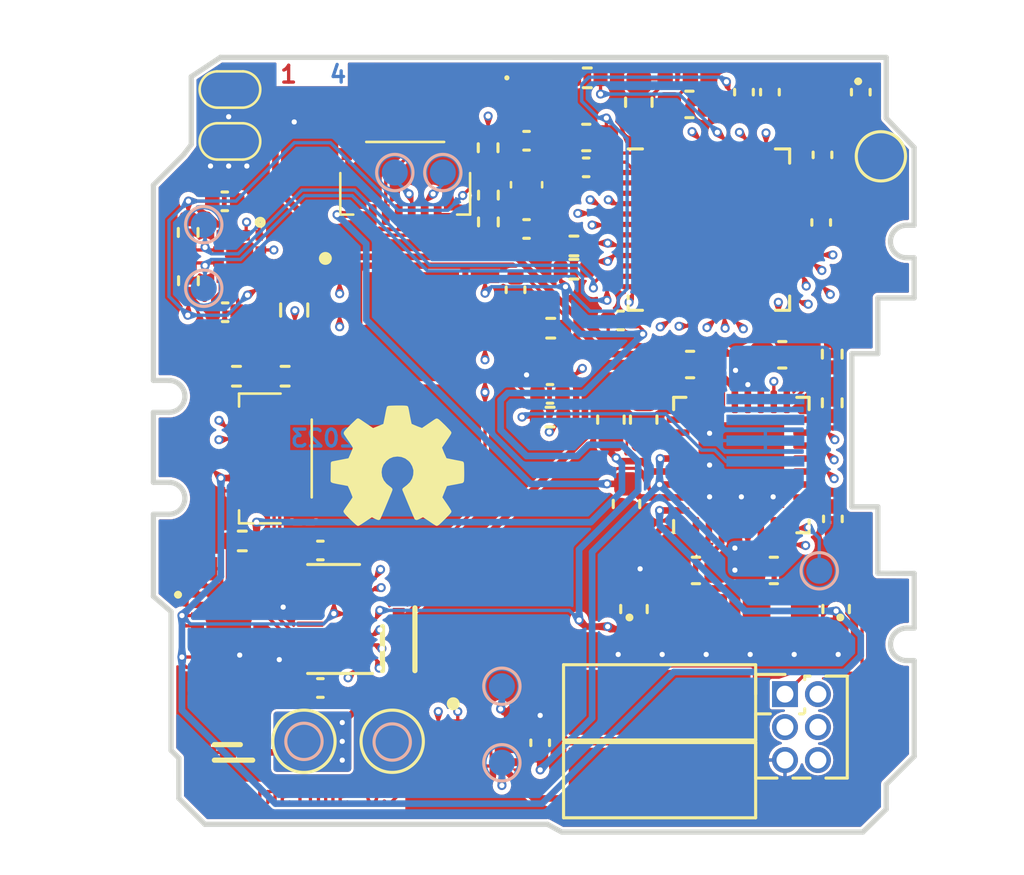
<source format=kicad_pcb>
(kicad_pcb (version 20240108) (generator "pcbnew") (generator_version "8.0")
  (layers (0 "F.Cu" signal) (1 "In1.Cu" power) (2 "In2.Cu" power) (31 "B.Cu" signal) (34 "B.Paste" user) (35 "F.Paste" user) (36 "B.SilkS" user "B.Silkscreen") (37 "F.SilkS" user "F.Silkscreen") (38 "B.Mask" user) (39 "F.Mask" user) (44 "Edge.Cuts" user))
  (net 0 "")
  (net 1 "GND")
  (net 3 "Net-(IC1-ANT)")
  (net 4 "/SDA")
  (net 6 "+1V8")
  (net 10 "/SCL")
  (net 11 "VSYS")
  (net 12 "+2V8")
  (net 13 "Net-(U3-VBUSOUT)")
  (net 14 "BAT")
  (net 15 "/TP_RSTHV")
  (net 17 "Net-(IC6-OUT_-)")
  (net 18 "Net-(IC6-OUT_+)")
  (net 19 "/MOT_EN")
  (net 20 "VCC5V_INPUT")
  (net 21 "Net-(IC1-DEC1)")
  (net 22 "/XL1")
  (net 23 "/XL2")
  (net 24 "/SCLK")
  (net 25 "/MOSI")
  (net 26 "/MISO")
  (net 27 "/CS0")
  (net 28 "/TP_RST")
  (net 29 "/TX")
  (net 30 "/WR")
  (net 31 "/SWCLK")
  (net 32 "/SWDIO")
  (net 33 "/BCKLT")
  (net 35 "Net-(IC1-DEC3)")
  (net 36 "/XC1")
  (net 37 "/XC2")
  (net 38 "/CS1")
  (net 39 "/RES")
  (net 40 "/LED")
  (net 41 "/TP_INT")
  (net 43 "Net-(IC1-DEC4)")
  (net 44 "Net-(IC1-DCC)")
  (net 45 "Net-(U3-SW2)")
  (net 46 "Net-(L1-Pad2)")
  (net 47 "Net-(L2-Pad2)")
  (net 48 "/RX")
  (net 50 "/MOT_PWM")
  (net 51 "Net-(D1-A)")
  (net 52 "+3V3")
  (net 53 "/HR_INT")
  (net 54 "Net-(U3-VSET2)")
  (net 55 "/NPM_RESET")
  (net 59 "/NPM_INT")
  (net 60 "Net-(J2-Pad3)")
  (net 61 "Net-(U3-SW1)")
  (net 64 "Net-(U3-NTC)")
  (net 65 "Net-(U3-VSET1)")
  (net 66 "Net-(U3-SHPHLD)")
  (net 68 "/BMA_INT1")
  (net 69 "/BMA_INT2")
  (net 72 "/TP_INTHV")
  (net 73 "/CS1_HV")
  (net 74 "/RES_HV")
  (net 75 "/SCLK_HV")
  (net 76 "/MOSI_HV")
  (net 78 "/WR_HV")
  (net 81 "Net-(D3-K)")
  (net 86 "/BTN1")
  (net 87 "/BTN")
  (net 89 "Net-(JP1-C)")
  (footprint "bao-lib:SON50P100X145X60-6N" (layer "F.Cu") (at 162.525 106.125)
    (property "Reference" "U4" (hide yes))
    (property "Value" "SN74LVC1G17DRY" (hide yes))
  )
  (footprint "Inductor_SMD:L_0402_1005Metric" (layer "F.Cu") (at 173.975 100.8 90)
    (property "Reference" "L1" (hide yes))
    (property "Value" "3.9n")
  )
  (footprint "Resistor_SMD:R_0402_1005Metric" (layer "F.Cu") (at 152.3 106.725 180)
    (property "Reference" "R13" (hide yes))
    (property "Value" "100k")
  )
  (footprint "Package_DFN_QFN:QFN-32-1EP_5x5mm_P0.5mm_EP3.3x3.3mm" (layer "F.Cu") (at 169.875 110.149998 90)
    (property "Reference" "U3" (hide yes))
    (property "Value" "nPM1300-QEAA")
  )
  (footprint "Connector_PinHeader_1.27mm:PinHeader_2x03_P1.27mm_Vertical" (layer "F.Cu") (at 171.555 118.98)
    (property "Reference" "J6" (hide yes))
    (property "Value" "Conn_02x03_Odd_Even")
  )
  (footprint "bao-lib:Pad_7.0x2.5mm" (layer "F.Cu") (at 166.725 119.2961)
    (property "Reference" "TP11" (hide yes))
    (property "Value" "MOT+")
  )
  (footprint "bao-lib:BOSCH_LGA-12" (layer "F.Cu") (at 150.55 102.11 -90)
    (property "Reference" "AC1" (hide yes))
    (property "Value" "BMA456" (hide yes))
  )
  (footprint "Capacitor_SMD:C_0402_1005Metric" (layer "F.Cu") (at 163.895 98.675)
    (property "Reference" "C3" (hide yes))
    (property "Value" "100n")
  )
  (footprint "Capacitor_SMD:C_0603_1608Metric" (layer "F.Cu") (at 164.85 108.4 -90)
    (property "Reference" "C7" (hide yes))
    (property "Value" "10u")
  )
  (footprint "Capacitor_SMD:C_0402_1005Metric" (layer "F.Cu") (at 173.4 112.225 -90)
    (property "Reference" "C6" (hide yes))
    (property "Value" "100n")
  )
  (footprint "Capacitor_SMD:C_0402_1005Metric" (layer "F.Cu") (at 169.975 95.7761 -90)
    (property "Reference" "C25" (hide yes))
    (property "Value" "100n")
  )
  (footprint "Capacitor_SMD:C_0402_1005Metric" (layer "F.Cu") (at 161.6 97.65)
    (property "Reference" "C21" (hide yes))
    (property "Value" "12p")
  )
  (footprint "Capacitor_SMD:C_0402_1005Metric" (layer "F.Cu") (at 161.6 101.05)
    (property "Reference" "C22" (hide yes))
    (property "Value" "12p")
  )
  (footprint "Capacitor_SMD:C_0402_1005Metric" (layer "F.Cu") (at 172.95 100.8 -90)
    (property "Reference" "C14" (hide yes))
    (property "Value" "0.8p")
  )
  (footprint "Resistor_SMD:R_0402_1005Metric" (layer "F.Cu") (at 160.12 97.920001 90)
    (property "Reference" "R11" (hide yes))
    (property "Value" "100k")
  )
  (footprint "bao-lib:23287026" (layer "F.Cu") (at 156.925 99.0961 180)
    (property "Reference" "J1" (hide yes))
    (property "Value" "2328702-6" (hide yes))
  )
  (footprint "bao-lib:ECS320837CKMTR3" (layer "F.Cu") (at 172.725 95.885 180)
    (property "Reference" "Y3" (hide yes))
    (property "Value" "ECS-320-8-37-CKM-TR3" (hide yes))
  )
  (footprint "bao-lib:SODFL2512X80N" (layer "F.Cu") (at 156.675 117.225 -90)
    (property "Reference" "D3" (hide yes))
    (property "Value" "PMEG2010EJ" (hide yes))
  )
  (footprint "Inductor_SMD:L_0402_1005Metric" (layer "F.Cu") (at 167.425 95.265)
    (property "Reference" "L3" (hide yes))
    (property "Value" "15n")
  )
  (footprint "Resistor_SMD:R_0402_1005Metric" (layer "F.Cu") (at 163.425 101.704999)
    (property "Reference" "R1" (hide yes))
    (property "Value" "2.2k")
  )
  (footprint "Resistor_SMD:R_0402_1005Metric" (layer "F.Cu") (at 162.5064 108.3 180)
    (property "Reference" "R9" (hide yes))
    (property "Value" "0")
  )
  (footprint "Capacitor_SMD:C_0603_1608Metric" (layer "F.Cu") (at 165.45 111.65 90)
    (property "Reference" "C28" (hide yes))
    (property "Value" "10u")
  )
  (footprint "bao-lib:QFN50P200X200X80-10N-D" (layer "F.Cu") (at 159.9 120.85)
    (property "Reference" "IC6" (hide yes))
    (property "Value" "DRV2603RUNT" (hide yes))
  )
  (footprint "Capacitor_SMD:C_0402_1005Metric" (layer "F.Cu") (at 153.6575 118.7425 180)
    (property "Reference" "C11" (hide yes))
    (property "Value" "100n")
  )
  (footprint "Capacitor_SMD:C_0603_1608Metric" (layer "F.Cu") (at 173.525001 115.7 -90)
    (property "Reference" "C1" (hide yes))
    (property "Value" "10u")
  )
  (footprint "Capacitor_SMD:C_0603_1608Metric" (layer "F.Cu") (at 167.875 96.25)
    (property "Reference" "C16" (hide yes))
    (property "Value" "1u")
  )
  (footprint "Capacitor_SMD:C_0402_1005Metric" (layer "F.Cu") (at 149.975 99.985)
    (property "Reference" "C5" (hide yes))
    (property "Value" "100n")
  )
  (footprint "bao-lib:23287026" (layer "F.Cu") (at 151.925 109.8961 90)
    (property "Reference" "J3" (hide yes))
    (property "Value" "2328702-6" (hide yes))
  )
  (footprint "Capacitor_SMD:C_0603_1608Metric" (layer "F.Cu") (at 167.9 106.275)
    (property "Reference" "C2" (hide yes))
    (property "Value" "1u")
  )
  (footprint "Resistor_SMD:R_0402_1005Metric" (layer "F.Cu") (at 150.65 113.075 180)
    (property "Reference" "R8" (hide yes))
    (property "Value" "33")
  )
  (footprint "Capacitor_SMD:C_0603_1608Metric" (layer "F.Cu") (at 171.124999 114.2125 180)
    (property "Reference" "C18" (hide yes))
    (property "Value" "10u")
  )
  (footprint "TestPoint:TestPoint_Pad_D2.0mm" (layer "F.Cu") (at 156.425 120.7961)
    (property "Reference" "TP2" (hide yes))
    (property "Value" "GND")
  )
  (footprint "Resistor_SMD:R_0603_1608Metric" (layer "F.Cu") (at 152.65 104.175 90)
    (property "Reference" "TH1" (hide yes))
    (property "Value" "ERT-J1VG103FA")
  )
  (footprint "Resistor_SMD:R_0402_1005Metric" (layer "F.Cu") (at 148.565 101.185 90)
    (property "Reference" "R5" (hide yes))
    (property "Value" "2.2k")
  )
  (footprint "bao-lib:OSHW_logo.kicad_mod_silkscreen-front_5mm" (layer "F.Cu") (at 156.625 110.175)
    (property "Reference" "OSHW_LOGO1" (hide yes))
    (property "Value" "Logo_Open_Hardware_Small" (hide yes))
  )
  (footprint "Resistor_SMD:R_0402_1005Metric" (layer "F.Cu") (at 150.425 106.725 180)
    (property "Reference" "R14" (hide yes))
    (property "Value" "100k")
  )
  (footprint "bao-lib:CIGT201610" (layer "F.Cu") (at 167.8625 116.024998)
    (property "Reference" "L5" (hide yes))
    (property "Value" "2.2u")
  )
  (footprint "Capacitor_SMD:C_0402_1005Metric" (layer "F.Cu") (at 165.225 104.575)
    (property "Reference" "C24" (hide yes))
    (property "Value" "100n")
  )
  (footprint "Package_SON:USON-20_2x4mm_P0.4mm" (layer "F.Cu") (at 154.1675 116.0825 180)
    (property "Reference" "U7" (hide yes))
    (property "Value" "TXB0108DQSR")
  )
  (footprint "Capacitor_SMD:C_0402_1005Metric" (layer "F.Cu") (at 170.975 95.7761 -90)
    (property "Reference" "C20" (hide yes))
    (property "Value" "12p")
  )
  (footprint "TestPoint:TestPoint_Pad_D2.0mm" (layer "F.Cu") (at 153.025 120.7961)
    (property "Reference" "TP1" (hide yes))
    (property "Value" "5V")
  )
  (footprint "Capacitor_SMD:C_0603_1608Metric" (layer "F.Cu") (at 171.45 105.9 180)
    (property "Reference" "C27" (hide yes))
    (property "Value" "2.2u")
  )
  (footprint "Capacitor_SMD:C_0402_1005Metric" (layer "F.Cu") (at 173 98.195 -90)
    (property "Reference" "C15" (hide yes))
    (property "Value" "100p")
  )
  (footprint "bao-lib:SON127P600X500X60-9N-D" (layer "F.Cu") (at 157.2 104.815)
    (property "Reference" "IC5" (hide yes))
    (property "Value" "AT25SL128A-MHE-T" (hide yes))
  )
  (footprint "Inductor_SMD:L_0603_1608Metric" (layer "F.Cu") (at 165.925 96.165 90)
    (property "Reference" "L2" (hide yes))
    (property "Value" "10u")
  )
  (footprint "bao-lib:AXE516127" (layer "F.Cu") (at 150.125 116.5461 90)
    (property "Reference" "J2" (hide yes))
    (property "Value" "AXE516127" (hide yes))
  )
  (footprint "Capacitor_SMD:C_0603_1608Metric" (layer "F.Cu") (at 163.9 97.525)
    (property "Reference" "C23" (hide yes))
    (property "Value" "4.7u")
  )
  (footprint "Capacitor_SMD:C_0402_1005Metric" (layer "F.Cu") (at 153.6575 113.4425 180)
    (property "Reference" "C12" (hide yes))
    (property "Value" "100n")
  )
  (footprint "Capacitor_SMD:C_0402_1005Metric" (layer "F.Cu") (at 162.125 120.855 90)
    (property "Reference" "C29" (hide yes))
    (property "Value" "100n")
  )
  (footprint "TestPoint:TestPoint_Pad_D1.5mm" (layer "F.Cu") (at 175.25 98.25)
    (property "Reference" "TP10" (hide yes))
    (property "Value" "ANT")
  )
  (footprint "bao-lib:CIGT201610" (layer "F.Cu") (at 171.3875 116.025 180)
    (property "Reference" "L4" (hide yes))
    (property "Value" "2.2u")
  )
  (footprint "bao-lib:TestPoint_Pad_Oval_1.0x2.0mm" (layer "F.Cu") (at 150.175 95.675)
    (property "Reference" "TP3" (hide yes))
    (property "Value" "B+")
  )
  (footprint "Resistor_SMD:R_0402_1005Metric" (layer "F.Cu") (at 173.375 107.75 90)
    (property "Reference" "R6" (hide yes))
    (property "Value" "0")
  )
  (footprint "Resistor_SMD:R_0402_1005Metric" (layer "F.Cu") (at 173.375 105.875 90)
    (property "Reference" "R7" (hide yes))
    (property "Value" "47k")
  )
  (footprint "Capacitor_SMD:C_0402_1005Metric" (layer "F.Cu") (at 162.503601 107.4056)
    (property "Reference" "C13" (hide yes))
    (property "Value" "100n")
  )
  (footprint "bao-lib:SODFL1406X65N" (layer "F.Cu") (at 150.075 121.225 180)
    (property "Reference" "D5" (hide yes))
    (property "Value" "SP1003-01DTG" (hide yes))
  )
  (footprint "Capacitor_SMD:C_0402_1005Metric" (layer "F.Cu") (at 161.175 103.395 -90)
    (property "Reference" "C26" (hide yes))
    (property "Value" "100n")
  )
  (footprint "Resistor_SMD:R_0402_1005Metric" (layer "F.Cu") (at 162.5314 104.875 180)
    (property "Reference" "R4" (hide yes))
    (property "Value" "10k")
  )
  (footprint "Capacitor_SMD:C_0603_1608Metric" (layer "F.Cu") (at 165.737501 115.699999 -90)
    (property "Reference" "C10" (hide yes))
    (property "Value" "10u")
  )
  (footprint "bao-lib:R_0402_1005Metric_jumper" (layer "F.Cu") (at 160.13 100.78 90)
    (property "Reference" "JP1" (hide yes))
    (property "Value" "~")
  )
  (footprint "Capacitor_SMD:C_0603_1608Metric" (layer "F.Cu") (at 166.1125 108.399999 90)
    (property "Reference" "C8" (hide yes))
    (property "Value" "1u")
  )
  (footprint "bao-lib:ABS0612732768KHZT" (layer "F.Cu") (at 161.6 99.3461 -90)
    (property "Reference" "Y2" (hide yes))
    (property "Value" "ABS06-32.768KHZ-9-1-T" (hide yes))
  )
  (footprint "Capacitor_SMD:C_0603_1608Metric" (layer "F.Cu") (at 168.124998 114.2125)
    (property "Reference" "C9" (hide yes))
    (property "Value" "10u")
  )
  (footprint "bao-lib:Pad_7.0x2.5mm" (layer "F.Cu") (at 166.725 122.296)
    (property "Reference" "TP12" (hide yes))
    (property "Value" "MOT-")
  )
  (footprint "LED_SMD:LED_0402_1005Metric" (layer "F.Cu") (at 161.9325 95.225)
    (property "Reference" "D1" (hide yes))
    (property "Value" "LED")
  )
  (footprint "Resistor_SMD:R_0402_1005Metric" (layer "F.Cu") (at 163.94 95.225)
    (property "Reference" "R2" (hide yes))
    (property "Value" "0")
  )
  (footprint "Capacitor_SMD:C_0402_1005Metric" (layer "F.Cu") (at 149.99 104.26)
    (property "Reference" "C4" (hide yes))
    (property "Value" "100n")
  )
  (footprint "bao-lib:TestPoint_Pad_Oval_1.0x2.0mm" (layer "F.Cu") (at 150.175 97.675)
    (property "Reference" "TP4" (hide yes))
    (property "Value" "B-")
  )
  (footprint "Resistor_SMD:R_0402_1005Metric" (layer "F.Cu") (at 148.575 103.045001 -90)
    (property "Reference" "R10" (hide yes))
    (property "Value" "2.2k")
  )
  (footprint "Package_DFN_QFN:QFN-48-1EP_6x6mm_P0.4mm_EP4.66x4.66mm" (layer "F.Cu") (at 168.625 101.075)
    (property "Reference" "IC1" (hide yes))
    (property "Value" "nRF52832-QFAA")
  )
  (footprint "Capacitor_SMD:C_0402_1005Metric" (layer "F.Cu") (at 174.475 95.7761 90)
    (property "Reference" "C19" (hide yes))
    (property "Value" "12p")
  )
  (footprint "Resistor_SMD:R_0402_1005Metric" (layer "F.Cu") (at 163.425 102.6)
    (property "Reference" "R12" (hide yes))
    (property "Value" "2.2k")
  )
  (footprint "TestPoint:TestPoint_Pad_D1.0mm" (layer "B.Cu") (at 158.375 98.875 180)
    (property "Reference" "TP6" (hide yes))
    (property "Value" "SCL")
  )
  (footprint "TestPoint:TestPoint_Pad_D1.0mm" (layer "B.Cu") (at 160.65 121.625 180)
    (property "Reference" "TP14" (hide yes))
    (property "Value" "MOT+")
  )
  (footprint "TestPoint:TestPoint_Pad_D1.0mm" (layer "B.Cu") (at 160.65 118.675 180)
    (property "Reference" "TP13" (hide yes))
    (property "Value" "MOT+")
  )
  (footprint "TestPoint:TestPoint_Pad_D1.0mm" (layer "B.Cu") (at 156.525 98.875 180)
    (property "Reference" "TP5" (hide yes))
    (property "Value" "SDA")
  )
  (footprint "TestPoint:TestPoint_Pad_D1.0mm" (layer "B.Cu") (at 153.025 120.8 180)
    (property "Reference" "TP15" (hide yes))
    (property "Value" "5V")
  )
  (footprint "bao-lib:PinetimeButton" (layer "B.Cu") (at 170.8 108.8085 90)
    (property "Reference" "J4" (hide yes))
    (property "Value" "PinetimeButton" (hide yes))
  )
  (footprint "TestPoint:TestPoint_Pad_D1.0mm" (layer "B.Cu") (at 149.165 103.335 180)
    (property "Reference" "TP8" (hide yes))
    (property "Value" "BMA_INT2")
  )
  (footprint "TestPoint:TestPoint_Pad_D1.0mm" (layer "B.Cu") (at 156.425 120.825 180)
    (property "Reference" "TP16" (hide yes))
    (property "Value" "GND")
  )
  (footprint "TestPoint:TestPoint_Pad_D1.0mm" (layer "B.Cu") (at 172.875 114.225 180)
    (property "Reference" "TP9" (hide yes))
    (property "Value" "NPM_INT")
  )
  (footprint "TestPoint:TestPoint_Pad_D1.0mm" (layer "B.Cu") (at 149.165 100.885 180)
    (property "Reference" "TP7" (hide yes))
    (property "Value" "BMA_INT1")
  )
  (gr_line (start 176.245 100.907) (end 176.53 100.907) (stroke (width 0.2)) (layer "Edge.Cuts"))
  (gr_line (start 147.225 108.117) (end 147.823 108.117) (stroke (width 0.2)) (layer "Edge.Cuts"))
  (gr_line (start 148.20524 122.99564) (end 148.205 121.4462) (stroke (width 0.2)) (layer "Edge.Cuts"))
  (gr_line (start 176.53078 102.15986) (end 176.531 103.709) (stroke (width 0.2)) (layer "Edge.Cuts"))
  (gr_line (start 176.53362 117.68678) (end 176.534 121.3776) (stroke (width 0.2)) (layer "Edge.Cuts"))
  (gr_line (start 148.68395 97.79807) (end 148.38677 98.18923) (stroke (width 0.2)) (layer "Edge.Cuts"))
  (gr_line (start 176.531 103.709) (end 175.132 103.709) (stroke (width 0.2)) (layer "Edge.Cuts"))
  (gr_line (start 147.224281 115.210261) (end 147.225 112.046) (stroke (width 0.2)) (layer "Edge.Cuts"))
  (gr_line (start 147.225 106.887) (end 147.225 99.357) (stroke (width 0.2)) (layer "Edge.Cuts"))
  (gr_line (start 176.245 102.15986) (end 176.53078 102.15986) (stroke (width 0.2)) (layer "Edge.Cuts"))
  (gr_arc (start 147.823 106.887) (mid 148.438 107.502) (end 147.823 108.117) (stroke (width 0.2)) (layer "Edge.Cuts"))
  (gr_line (start 176.53354 114.32662) (end 176.53284 116.43392) (stroke (width 0.2)) (layer "Edge.Cuts"))
  (gr_line (start 174.554841 124.296142) (end 162.955 124.2961) (stroke (width 0.2)) (layer "Edge.Cuts"))
  (gr_line (start 147.225 110.816) (end 147.823 110.816) (stroke (width 0.2)) (layer "Edge.Cuts"))
  (gr_line (start 174.131 111.759) (end 175.134 111.759) (stroke (width 0.2)) (layer "Edge.Cuts"))
  (gr_line (start 162.406358 123.996378) (end 149.206 123.9964) (stroke (width 0.2)) (layer "Edge.Cuts"))
  (gr_line (start 147.905278 121.146478) (end 147.905 115.797) (stroke (width 0.2)) (layer "Edge.Cuts"))
  (gr_line (start 149.807 94.435) (end 175.4547 94.436323) (stroke (width 0.2)) (layer "Edge.Cuts"))
  (gr_line (start 147.225 106.887) (end 147.823 106.887) (stroke (width 0.2)) (layer "Edge.Cuts"))
  (gr_line (start 147.225 99.357) (end 148.38677 98.18923) (stroke (width 0.2)) (layer "Edge.Cuts"))
  (gr_line (start 175.132 105.858) (end 174.131 105.858) (stroke (width 0.2)) (layer "Edge.Cuts"))
  (gr_arc (start 176.24784 117.68678) (mid 175.62141 117.06035) (end 176.24784 116.43392) (stroke (width 0.2)) (layer "Edge.Cuts"))
  (gr_line (start 175.134 114.319) (end 176.53354 114.32662) (stroke (width 0.2)) (layer "Edge.Cuts"))
  (gr_line (start 149.206 123.9964) (end 148.20524 122.99564) (stroke (width 0.2)) (layer "Edge.Cuts"))
  (gr_line (start 149.807 94.435) (end 148.684 95.179) (stroke (width 0.2)) (layer "Edge.Cuts"))
  (gr_line (start 175.455 96.777) (end 176.53036 97.90771) (stroke (width 0.2)) (layer "Edge.Cuts"))
  (gr_line (start 148.68395 97.79807) (end 148.684 95.179) (stroke (width 0.2)) (layer "Edge.Cuts"))
  (gr_line (start 176.24784 117.68678) (end 176.53362 117.68678) (stroke (width 0.2)) (layer "Edge.Cuts"))
  (gr_line (start 147.225 108.117) (end 147.225 110.816) (stroke (width 0.2)) (layer "Edge.Cuts"))
  (gr_line (start 147.225 112.046) (end 147.823 112.046) (stroke (width 0.2)) (layer "Edge.Cuts"))
  (gr_line (start 175.4547 94.436323) (end 175.455 96.777) (stroke (width 0.2)) (layer "Edge.Cuts"))
  (gr_line (start 176.53036 97.90771) (end 176.53 100.907) (stroke (width 0.2)) (layer "Edge.Cuts"))
  (gr_line (start 174.131 105.858) (end 174.131 111.759) (stroke (width 0.2)) (layer "Edge.Cuts"))
  (gr_line (start 147.905278 121.146478) (end 148.205 121.4462) (stroke (width 0.2)) (layer "Edge.Cuts"))
  (gr_arc (start 176.245 102.15986) (mid 175.61857 101.53343) (end 176.245 100.907) (stroke (width 0.2)) (layer "Edge.Cuts"))
  (gr_line (start 162.955 124.2961) (end 162.406358 123.996378) (stroke (width 0.2)) (layer "Edge.Cuts"))
  (gr_arc (start 147.823 110.816) (mid 148.438 111.431) (end 147.823 112.046) (stroke (width 0.2)) (layer "Edge.Cuts"))
  (gr_line (start 175.4545 122.4571) (end 175.454 123.4173) (stroke (width 0.2)) (layer "Edge.Cuts"))
  (gr_line (start 176.534 121.3776) (end 175.4545 122.4571) (stroke (width 0.2)) (layer "Edge.Cuts"))
  (gr_line (start 147.905 115.797) (end 147.224281 115.210261) (stroke (width 0.2)) (layer "Edge.Cuts"))
  (gr_line (start 176.24784 116.43392) (end 176.53284 116.43392) (stroke (width 0.2)) (layer "Edge.Cuts"))
  (gr_line (start 175.454 123.4173) (end 174.554841 124.296142) (stroke (width 0.2)) (layer "Edge.Cuts"))
  (gr_line (start 175.132 103.709) (end 175.132 105.858) (stroke (width 0.2)) (layer "Edge.Cuts"))
  (gr_line (start 175.134 111.759) (end 175.134 114.319) (stroke (width 0.2)) (layer "Edge.Cuts"))
  (gr_text "AlpineTime 0.2" (at 149.6 123.25 0) (layer "F.Cu") (effects (font (size 0.65 0.65) (thickness 0.127)) (justify left bottom)))
  (gr_text "1" (at 152.041667 95.475 0) (layer "F.Cu") (effects (font (size 0.65 0.65) (thickness 0.127)) (justify left bottom)))
  (gr_text "4" (at 153.941666 95.475 0) (layer "B.Cu") (effects (font (size 0.65 0.65) (thickness 0.127)) (justify left bottom)))
  (gr_text "bao 2023" (at 157.35 109.5 0) (layer "B.Cu") (effects (font (size 0.65 0.65) (thickness 0.127)) (justify left bottom mirror)))
  (segment (start 170.625 112.9375) (end 171.899999 114.2125) (width 0.2) (layer "F.Cu") (net 1))
  (segment (start 167.4875 114.212501) (end 167.350001 114.2125) (width 0.127) (layer "F.Cu") (net 1))
  (segment (start 167.625 100.075) (end 168.625 101.075) (width 0.127) (layer "F.Cu") (net 1))
  (segment (start 171.575 100.875) (end 168.825 100.875) (width 0.127) (layer "F.Cu") (net 1))
  (segment (start 168.625 111.399998) (end 169.875 110.149998) (width 0.127) (layer "F.Cu") (net 1))
  (segment (start 167.625 98.125) (end 167.625 100.075) (width 0.127) (layer "F.Cu") (net 1))
  (segment (start 168.625 112.937498) (end 167.349998 114.2125) (width 0.2) (layer "F.Cu") (net 1))
  (segment (start 168.825 100.875) (end 168.625 101.075) (width 0.127) (layer "F.Cu") (net 1))
  (segment (start 168.625 112.587498) (end 168.625 112.937498) (width 0.127) (layer "F.Cu") (net 1))
  (segment (start 170.625 112.587498) (end 170.625 112.9375) (width 0.2) (layer "F.Cu") (net 1))
  (via (at 173.605 117.45) (size 0.35) (drill 0.2) (layers "F.Cu" "B.Cu") (net 1))
  (via (at 165.13 117.45) (size 0.35) (drill 0.2) (layers "F.Cu" "B.Cu") (net 1))
  (via (at 150.55 117.475) (size 0.35) (drill 0.2) (layers "F.Cu" "B.Cu") (net 1))
  (via (at 171.1 111.375) (size 0.35) (drill 0.2) (layers "F.Cu" "B.Cu") (net 1))
  (via (at 161.6 106.675) (size 0.35) (drill 0.2) (layers "F.Cu" "B.Cu") (net 1))
  (via (at 152.075 117.65) (size 0.35) (drill 0.2) (layers "F.Cu" "B.Cu") (net 1))
  (via (at 168.649998 110.149999) (size 0.35) (drill 0.2) (layers "F.Cu" "B.Cu") (net 1))
  (via (at 149.425 98.625) (size 0.35) (drill 0.2) (layers "F.Cu" "B.Cu") (net 1))
  (via (at 168.52 117.45) (size 0.35) (drill 0.2) (layers "F.Cu" "B.Cu") (net 1))
  (via (at 169.875 111.375) (size 0.35) (drill 0.2) (layers "F.Cu" "B.Cu") (net 1))
  (via (at 162.125 119.8) (size 0.35) (drill 0.2) (layers "F.Cu" "B.Cu") (net 1))
  (via (at 166.825 117.45) (size 0.35) (drill 0.2) (layers "F.Cu" "B.Cu") (net 1))
  (via (at 150.825 98.625) (size 0.35) (drill 0.2) (layers "F.Cu" "B.Cu") (net 1))
  (via (at 171.91 117.45) (size 0.35) (drill 0.2) (layers "F.Cu" "B.Cu") (net 1))
  (via (at 168.65 111.375001) (size 0.35) (drill 0.2) (layers "F.Cu" "B.Cu") (net 1))
  (via (at 150.125 98.625) (size 0.35) (drill 0.2) (layers "F.Cu" "B.Cu") (net 1))
  (via (at 170.215 117.45) (size 0.35) (drill 0.2) (layers "F.Cu" "B.Cu") (net 1))
  (via (at 165.975001 114.150001) (size 0.35) (drill 0.2) (layers "F.Cu" "B.Cu") (net 1))
  (via (at 152.65 96.925) (size 0.35) (drill 0.2) (layers "F.Cu" "B.Cu") (net 1))
  (via (at 152.225 115.625) (size 0.35) (drill 0.2) (layers "F.Cu" "B.Cu") (net 1))
  (via (at 168.65 108.924998) (size 0.35) (drill 0.2) (layers "F.Cu" "B.Cu") (net 1))
  (via (at 150.125 96.725) (size 0.35) (drill 0.2) (layers "F.Cu" "B.Cu") (net 1))
  (segment (start 172.95 101.28) (end 173.97 101.28) (width 0.2) (layer "F.Cu") (net 3))
  (segment (start 173.97 101.28) (end 173.975 101.285) (width 0.127) (layer "F.Cu") (net 3))
  (segment (start 172.945 101.275) (end 172.95 101.28) (width 0.127) (layer "F.Cu") (net 3))
  (segment (start 171.575 101.275) (end 172.945 101.275) (width 0.2) (layer "F.Cu") (net 3))
  (segment (start 164.043502 101.596497) (end 163.935 101.704999) (width 0.127) (layer "F.Cu") (net 4))
  (segment (start 157.175 100.4961) (end 157.175 99.8) (width 0.127) (layer "F.Cu") (net 4))
  (segment (start 157.175 99.8) (end 157.075 99.7) (width 0.127) (layer "F.Cu") (net 4))
  (segment (start 150.8 100.8) (end 150.815 100.785) (width 0.127) (layer "F.Cu") (net 4))
  (segment (start 150.8 101.295) (end 150.8 100.8) (width 0.127) (layer "F.Cu") (net 4))
  (segment (start 165.675 101.675) (end 164.803503 101.675) (width 0.127) (layer "F.Cu") (net 4))
  (segment (start 149.7789 109.1461) (end 150.525 109.1461) (width 0.127) (layer "F.Cu") (net 4))
  (segment (start 172.675 109.9) (end 172.3125 109.9) (width 0.127) (layer "F.Cu") (net 4))
  (segment (start 173.45 110.675) (end 172.675 109.9) (width 0.127) (layer "F.Cu") (net 4))
  (segment (start 149.75 109.175) (end 149.7789 109.1461) (width 0.127) (layer "F.Cu") (net 4))
  (segment (start 164.725 101.596497) (end 164.043502 101.596497) (width 0.127) (layer "F.Cu") (net 4))
  (segment (start 164.803503 101.675) (end 164.725 101.596497) (width 0.127) (layer "F.Cu") (net 4))
  (via (at 150.815 100.785) (size 0.35) (drill 0.2) (layers "F.Cu" "B.Cu") (net 4))
  (via (at 173.45 110.675) (size 0.35) (drill 0.2) (layers "F.Cu" "B.Cu") (net 4))
  (via (at 149.75 109.175) (size 0.35) (drill 0.2) (layers "F.Cu" "B.Cu") (net 4))
  (via (at 157.075 99.7) (size 0.35) (drill 0.2) (layers "F.Cu" "B.Cu") (net 4))
  (via (at 164.725 101.596497) (size 0.35) (drill 0.2) (layers "F.Cu" "B.Cu") (net 4))
  (segment (start 156.525 99.15) (end 156.525 98.875) (width 0.127) (layer "B.Cu") (net 4))
  (segment (start 157.075 99.7) (end 156.525 99.15) (width 0.127) (layer "B.Cu") (net 4))
  (segment (start 155.5675 116.2825) (end 155.0675 116.2825) (width 0.127) (layer "F.Cu") (net 6))
  (segment (start 172.312501 110.4) (end 172.725001 110.4) (width 0.127) (layer "F.Cu") (net 6))
  (segment (start 148.530001 103.555001) (end 148.575 103.555001) (width 0.127) (layer "F.Cu") (net 6))
  (segment (start 166.485399 116.474999) (end 166.9354 116.024998) (width 0.254) (layer "F.Cu") (net 6))
  (segment (start 163.0414 104.825) (end 163.0414 104.75) (width 0.127) (layer "F.Cu") (net 6))
  (segment (start 171.575 97.409565) (end 171.575 98.875) (width 0.127) (layer "F.Cu") (net 6))
  (segment (start 154.1375 116.6375) (end 154.1375 118.7325) (width 0.127) (layer "F.Cu") (net 6))
  (segment (start 169.975 96.2561) (end 169.975 96.55) (width 0.127) (layer "F.Cu") (net 6))
  (segment (start 160 102.91) (end 160 103.525) (width 0.127) (layer "F.Cu") (net 6))
  (segment (start 164.824999 116.474999) (end 165.737501 116.474999) (width 0.254) (layer "F.Cu") (net 6))
  (segment (start 172.36 118.175) (end 171.555 118.98) (width 0.127) (layer "F.Cu") (net 6))
  (segment (start 163.875 116.375) (end 163.625 116.125) (width 0.254) (layer "F.Cu") (net 6))
  (segment (start 151.3 102.925) (end 151.3 103.25) (width 0.127) (layer "F.Cu") (net 6))
  (segment (start 148.55 104.375) (end 148.575 104.35) (width 0.127) (layer "F.Cu") (net 6))
  (segment (start 164.925001 114.462499) (end 166.800001 112.5875) (width 0.254) (layer "F.Cu") (net 6))
  (segment (start 160.12 98.430001) (end 160.12 99.24) (width 0.127) (layer "F.Cu") (net 6))
  (segment (start 165.7375 116.449999) (end 164.925 115.637499) (width 0.254) (layer "F.Cu") (net 6))
  (segment (start 165.705 104.42) (end 165.705 104.575) (width 0.127) (layer "F.Cu") (net 6))
  (segment (start 149.51 104.26) (end 149.279999 104.26) (width 0.127) (layer "F.Cu") (net 6))
  (segment (start 170.325 96.9) (end 171.065435 96.9) (width 0.127) (layer "F.Cu") (net 6))
  (segment (start 148.575 104.35) (end 148.575 103.555001) (width 0.127) (layer "F.Cu") (net 6))
  (segment (start 166.075 105.1) (end 166.075 104.945) (width 0.127) (layer "F.Cu") (net 6))
  (segment (start 155.0675 116.2825) (end 154.4925 116.2825) (width 0.127) (layer "F.Cu") (net 6))
  (segment (start 165.7375 116.454947) (end 165.7375 116.449999) (width 0.254) (layer "F.Cu") (net 6))
  (segment (start 164.725 116.375) (end 163.875 116.375) (width 0.254) (layer "F.Cu") (net 6))
  (segment (start 149.8 103.5) (end 149.8 102.925) (width 0.127) (layer "F.Cu") (net 6))
  (segment (start 162.915 103.09) (end 162.915 102.6) (width 0.127) (layer "F.Cu") (net 6))
  (segment (start 148.575 99.975) (end 149.485 99.975) (width 0.127) (layer "F.Cu") (net 6))
  (segment (start 150.3 101.295) (end 150.3 101.09) (width 0.127) (layer "F.Cu") (net 6))
  (segment (start 159.65 99.25) (end 160.13 99.25) (width 0.127) (layer "F.Cu") (net 6))
  (segment (start 166.1 104.025) (end 165.705 104.42) (width 0.127) (layer "F.Cu") (net 6))
  (segment (start 151.3 103.25) (end 150.95 103.6) (width 0.127) (layer "F.Cu") (net 6))
  (segment (start 169.975 96.55) (end 170.325 96.9) (width 0.127) (layer "F.Cu") (net 6))
  (segment (start 163.1 103.275) (end 162.915 103.09) (width 0.127) (layer "F.Cu") (net 6))
  (segment (start 150.3 101.09) (end 149.495 100.285) (width 0.127) (layer "F.Cu") (net 6))
  (segment (start 164.725 116.375) (end 164.824999 116.474999) (width 0.254) (layer "F.Cu") (net 6))
  (segment (start 166.075 104.945) (end 165.705 104.575) (width 0.127) (layer "F.Cu") (net 6))
  (segment (start 161.17 102.91) (end 161.175 102.915) (width 0.127) (layer "F.Cu") (net 6))
  (segment (start 165.737501 116.474999) (end 166.485399 116.474999) (width 0.254) (layer "F.Cu") (net 6))
  (segment (start 165.637502 116.375) (end 165.737501 116.474999) (width 0.254) (layer "F.Cu") (net 6))
  (segment (start 148.565 99.985) (end 148.575 99.975) (width 0.127) (layer "F.Cu") (net 6))
  (segment (start 169.3 95.5811) (end 169.3 95.375) (width 0.127) (layer "F.Cu") (net 6))
  (segment (start 173.025 111.32) (end 174.525 112.82) (width 0.127) (layer "F.Cu") (net 6))
  (segment (start 164.675 97.525) (end 164.675 96.775) (width 0.127) (layer "F.Cu") (net 6))
  (segment (start 159.14 99.76) (end 159.65 99.25) (width 0.127) (layer "F.Cu") (net 6))
  (segment (start 160.12 99.24) (end 160.13 99.25) (width 0.127) (layer "F.Cu") (net 6))
  (segment (start 155.95 115.75) (end 155.95 115.9) (width 0.127) (layer "F.Cu") (net 6))
  (segment (start 172.725001 110.4) (end 173.025 110.699999) (width 0.127) (layer "F.Cu") (net 6))
  (segment (start 174.2 118.175) (end 172.36 118.175) (width 0.127) (layer "F.Cu") (net 6))
  (segment (start 161.593188 102.915) (end 161.175 102.915) (width 0.127) (layer "F.Cu") (net 6))
  (segment (start 162.9314 104.935) (end 163.0414 104.825) (width 0.127) (layer "F.Cu") (net 6))
  (segment (start 149.51 103.79) (end 149.8 103.5) (width 0.127) (layer "F.Cu") (net 6))
  (segment (start 162.915 101.704999) (end 162.915 102.6) (width 0.127) (layer "F.Cu") (net 6))
  (segment (start 148.565 100.675) (end 148.525 100.675) (width 0.127) (layer "F.Cu") (net 6))
  (segment (start 163.0414 104.825) (end 163.0414 104.363212) (width 0.127) (layer "F.Cu") (net 6))
  (segment (start 171.065435 96.9) (end 171.575 97.409565) (width 0.127) (layer "F.Cu") (net 6))
  (segment (start 174.525 117.85) (end 174.2 118.175) (width 0.127) (layer "F.Cu") (net 6))
  (segment (start 166.425 104.025) (end 166.1 104.025) (width 0.127) (layer "F.Cu") (net 6))
  (segment (start 165.275 98.125) (end 164.675 97.525) (width 0.127) (layer "F.Cu") (net 6))
  (segment (start 173.025 110.699999) (end 173.025 111.32) (width 0.127) (layer "F.Cu") (net 6))
  (segment (start 150.95 103.6) (end 150.85 103.6) (width 0.127) (layer "F.Cu") (net 6))
  (segment (start 160 102.91) (end 161.17 102.91) (width 0.127) (layer "F.Cu") (net 6))
  (segment (start 164.925 115.637499) (end 164.925001 114.462499) (width 0.254) (layer "F.Cu") (net 6))
  (segment (start 149.485 99.975) (end 149.495 99.985) (width 0.127) (layer "F.Cu") (net 6))
  (segment (start 149.51 104.26) (end 149.51 103.79) (width 0.127) (layer "F.Cu") (net 6))
  (segment (start 148.565 100.675) (end 148.565 99.985) (width 0.127) (layer "F.Cu") (net 6))
  (segment (start 155.95 115.9) (end 155.5675 116.2825) (width 0.127) (layer "F.Cu") (net 6))
  (segment (start 174.525 112.82) (end 174.525 117.85) (width 0.127) (layer "F.Cu") (net 6))
  (segment (start 161.42 102.915) (end 161.425 102.92) (width 0.127) (layer "F.Cu") (net 6))
  (segment (start 163.0414 104.363212) (end 161.593188 102.915) (width 0.127) (layer "F.Cu") (net 6))
  (segment (start 169.975 96.2561) (end 169.3 95.5811) (width 0.127) (layer "F.Cu") (net 6))
  (segment (start 166.800001 112.5875) (end 168.125 112.587498) (width 0.254) (layer "F.Cu") (net 6))
  (segment (start 154.4925 116.2825) (end 154.1375 116.6375) (width 0.127) (layer "F.Cu") (net 6))
  (segment (start 162.9314 105.617) (end 162.9314 104.935) (width 0.127) (layer "F.Cu") (net 6))
  (segment (start 149.279999 104.26) (end 148.575 103.555001) (width 0.127) (layer "F.Cu") (net 6))
  (segment (start 166.425 98.125) (end 165.275 98.125) (width 0.127) (layer "F.Cu") (net 6))
  (segment (start 149.495 100.285) (end 149.495 99.985) (width 0.127) (layer "F.Cu") (net 6))
  (via (at 159.14 99.76) (size 0.35) (drill 0.2) (layers "F.Cu" "B.Cu") (net 6))
  (via (at 155.95 115.75) (size 0.35) (drill 0.2) (layers "F.Cu" "B.Cu") (net 6))
  (via (at 160 103.525) (size 0.35) (drill 0.2) (layers "F.Cu" "B.Cu") (net 6))
  (via (at 163.625 116.125) (size 0.35) (drill 0.2) (layers "F.Cu" "B.Cu") (net 6))
  (via (at 148.55 104.375) (size 0.35) (drill 0.2) (layers "F.Cu" "B.Cu") (net 6))
  (via (at 163.1 103.275) (size 0.35) (drill 0.2) (layers "F.Cu" "B.Cu") (net 6))
  (via (at 169.3 95.375) (size 0.35) (drill 0.2) (layers "F.Cu" "B.Cu") (net 6))
  (via (at 164.725 116.375) (size 0.35) (drill 0.2) (layers "F.Cu" "B.Cu") (net 6))
  (via (at 148.575 99.975) (size 0.35) (drill 0.2) (layers "F.Cu" "B.Cu") (net 6))
  (via (at 164.675 96.775) (size 0.35) (drill 0.2) (layers "F.Cu" "B.Cu") (net 6))
  (via (at 150.85 103.6) (size 0.35) (drill 0.2) (layers "F.Cu" "B.Cu") (net 6))
  (via (at 166.075 105.1) (size 0.35) (drill 0.2) (layers "F.Cu" "B.Cu") (net 6))
  (segment (start 163.625 113.4) (end 163.625 116.125) (width 0.254) (layer "B.Cu") (net 6))
  (segment (start 150.85 103.6) (end 150.075 104.375) (width 0.127) (layer "B.Cu") (net 6))
  (segment (start 155.95 115.75) (end 163.25 115.75) (width 0.127) (layer "B.Cu") (net 6))
  (segment (start 158.57 100.33) (end 156.655 100.33) (width 0.127) (layer "B.Cu") (net 6))
  (segment (start 164.375 96.775) (end 164.675 96.775) (width 0.127) (layer "B.Cu") (net 6))
  (segment (start 163.1 103.275) (end 163.1 104.525) (width 0.254) (layer "B.Cu") (net 6))
  (segment (start 163.725 96.125) (end 164.375 96.775) (width 0.127) (layer "B.Cu") (net 6))
  (segment (start 154.05 97.725) (end 152.65625 97.725) (width 0.127) (layer "B.Cu") (net 6))
  (segment (start 160.875 107.375) (end 160.6 107.65) (width 0.254) (layer "B.Cu") (net 6))
  (segment (start 147.825 103.65) (end 147.825 100.725) (width 0.127) (layer "B.Cu") (net 6))
  (segment (start 163.55 109.8) (end 163.981 109.369) (width 0.254) (layer "B.Cu") (net 6))
  (segment (start 150.075 104.375) (end 148.55 104.375) (width 0.127) (layer "B.Cu") (net 6))
  (segment (start 163.725 95.475) (end 163.725 96.125) (width 0.127) (layer "B.Cu") (net 6))
  (segment (start 159.14 99.76) (end 158.57 100.33) (width 0.127) (layer "B.Cu") (net 6))
  (segment (start 163.1 103.275) (end 164.0425 104.2175) (width 0.127) (layer "B.Cu") (net 6))
  (segment (start 169.125 95.2) (end 164 95.2) (width 0.127) (layer "B.Cu") (net 6))
  (segment (start 163.981 109.369) (end 165.269 109.369) (width 0.254) (layer "B.Cu") (net 6))
  (segment (start 165.9 111.125) (end 163.625 113.4) (width 0.254) (layer "B.Cu") (net 6))
  (segment (start 165.475 97.575) (end 164.675 96.775) (width 0.127) (layer "B.Cu") (net 6))
  (segment (start 163.25 115.75) (end 163.625 116.125) (width 0.127) (layer "B.Cu") (net 6))
  (segment (start 165.269 109.369) (end 165.9 110) (width 0.254) (layer "B.Cu") (net 6))
  (segment (start 161.6 109.8) (end 163.55 109.8) (width 0.254) (layer "B.Cu") (net 6))
  (segment (start 166.075 105.1) (end 163.8 107.375) (width 0.254) (layer "B.Cu") (net 6))
  (segment (start 160.6 108.8) (end 161.6 109.8) (width 0.254) (layer "B.Cu") (net 6))
  (segment (start 165.9 110) (end 165.9 111.125) (width 0.254) (layer "B.Cu") (net 6))
  (segment (start 164.0425 104.2175) (end 164.962935 104.2175) (width 0.127) (layer "B.Cu") (net 6))
  (segment (start 169.3 95.375) (end 169.125 95.2) (width 0.127) (layer "B.Cu") (net 6))
  (segment (start 164.962935 104.2175) (end 165.1325 104.047935) (width 0.127) (layer "B.Cu") (net 6))
  (segment (start 163.1 103.275) (end 160.25 103.275) (width 0.127) (layer "B.Cu") (net 6))
  (segment (start 163.8 107.375) (end 160.875 107.375) (width 0.254) (layer "B.Cu") (net 6))
  (segment (start 147.825 100.725) (end 148.575 99.975) (width 0.127) (layer "B.Cu") (net 6))
  (segment (start 164 95.2) (end 163.725 95.475) (width 0.127) (layer "B.Cu") (net 6))
  (segment (start 160.6 107.65) (end 160.6 108.8) (width 0.254) (layer "B.Cu") (net 6))
  (segment (start 160.25 103.275) (end 160 103.525) (width 0.127) (layer "B.Cu") (net 6))
  (segment (start 152.65625 97.725) (end 150.40625 99.975) (width 0.127) (layer "B.Cu") (net 6))
  (segment (start 150.40625 99.975) (end 148.575 99.975) (width 0.127) (layer "B.Cu") (net 6))
  (segment (start 165.1325 104.047935) (end 165.1325 103.702065) (width 0.127) (layer "B.Cu") (net 6))
  (segment (start 163.675 105.1) (end 166.075 105.1) (width 0.254) (layer "B.Cu") (net 6))
  (segment (start 165.1325 103.702065) (end 165.475 103.359565) (width 0.127) (layer "B.Cu") (net 6))
  (segment (start 148.55 104.375) (end 147.825 103.65) (width 0.127) (layer "B.Cu") (net 6))
  (segment (start 165.475 103.359565) (end 165.475 97.575) (width 0.127) (layer "B.Cu") (net 6))
  (segment (start 163.1 104.525) (end 163.675 105.1) (width 0.254) (layer "B.Cu") (net 6))
  (segment (start 156.655 100.33) (end 154.05 97.725) (width 0.127) (layer "B.Cu") (net 6))
  (segment (start 173.45 109.95) (end 172.9 109.4) (width 0.127) (layer "F.Cu") (net 10))
  (segment (start 164.235 102.3) (end 163.935 102.6) (width 0.127) (layer "F.Cu") (net 10))
  (segment (start 157.675 100.025) (end 157.675 100.4961) (width 0.127) (layer "F.Cu") (net 10))
  (segment (start 172.9 109.4) (end 172.312501 109.4) (width 0.127) (layer "F.Cu") (net 10))
  (segment (start 164.725 102.3) (end 164.95 102.075) (width 0.127) (layer "F.Cu") (net 10))
  (segment (start 149.75 108.425) (end 149.9711 108.6461) (width 0.127) (layer "F.Cu") (net 10))
  (segment (start 151.365 101.86) (end 151.865 101.86) (width 0.127) (layer "F.Cu") (net 10))
  (segment (start 164.95 102.075) (end 165.675 102.075) (width 0.127) (layer "F.Cu") (net 10))
  (segment (start 164.725 102.3) (end 164.235 102.3) (width 0.127) (layer "F.Cu") (net 10))
  (segment (start 149.9711 108.6461) (end 150.525 108.6461) (width 0.127) (layer "F.Cu") (net 10))
  (segment (start 158 99.7) (end 157.675 100.025) (width 0.127) (layer "F.Cu") (net 10))
  (via (at 173.45 109.95) (size 0.35) (drill 0.2) (layers "F.Cu" "B.Cu") (net 10))
  (via (at 164.725 102.3) (size 0.35) (drill 0.2) (layers "F.Cu" "B.Cu") (net 10))
  (via (at 158 99.7) (size 0.35) (drill 0.2) (layers "F.Cu" "B.Cu") (net 10))
  (via (at 149.75 108.425) (size 0.35) (drill 0.2) (layers "F.Cu" "B.Cu") (net 10))
  (via (at 151.865 101.86) (size 0.35) (drill 0.2) (layers "F.Cu" "B.Cu") (net 10))
  (segment (start 158 99.7) (end 158.375 99.325) (width 0.127) (layer "B.Cu") (net 10))
  (segment (start 158.375 99.325) (end 158.375 98.875) (width 0.127) (layer "B.Cu") (net 10))
  (segment (start 169.637501 114.2125) (end 169.625001 114.2) (width 0.127) (layer "F.Cu") (net 11))
  (segment (start 161.685 121.335) (end 162.125 121.335) (width 0.254) (layer "F.Cu") (net 11))
  (segment (start 166.725001 110.900001) (end 167.437501 110.899999) (width 0.254) (layer "F.Cu") (net 11))
  (segment (start 170.349999 114.212499) (end 169.637501 114.2125) (width 0.2) (layer "F.Cu") (net 11))
  (segment (start 167.4375 109.899999) (end 166.750001 109.9) (width 0.254) (layer "F.Cu") (net 11))
  (segment (start 160.85 121.1) (end 161.45 121.1) (width 0.254) (layer "F.Cu") (net 11))
  (segment (start 161.45 121.1) (end 161.685 121.335) (width 0.254) (layer "F.Cu") (net 11))
  (segment (start 169.625001 114.2) (end 169.625 112.5875) (width 0.2) (layer "F.Cu") (net 11))
  (segment (start 168.912499 114.2) (end 168.9 114.2125) (width 0.127) (layer "F.Cu") (net 11))
  (segment (start 162.125 121.9) (end 162.125 121.335) (width 0.254) (layer "F.Cu") (net 11))
  (segment (start 170.125 107.712498) (end 170.125 107.049999) (width 0.254) (layer "F.Cu") (net 11))
  (segment (start 169.65 106.5) (end 170.125 106.975) (width 0.254) (layer "F.Cu") (net 11))
  (segment (start 170.125 106.975) (end 170.125 107.049999) (width 0.254) (layer "F.Cu") (net 11))
  (segment (start 169.625001 114.2) (end 168.912499 114.2) (width 0.2) (layer "F.Cu") (net 11))
  (via (at 169.625 113.35) (size 0.35) (drill 0.2) (layers "F.Cu" "B.Cu") (net 11))
  (via (at 166.750001 109.9) (size 0.35) (drill 0.2) (layers "F.Cu" "B.Cu") (net 11))
  (via (at 162.125 121.9) (size 0.35) (drill 0.2) (layers "F.Cu" "B.Cu") (net 11))
  (via (at 169.65 106.5) (size 0.35) (drill 0.2) (layers "F.Cu" "B.Cu") (net 11))
  (via (at 170.125 107.049999) (size 0.35) (drill 0.2) (layers "F.Cu" "B.Cu") (net 11))
  (via (at 166.725001 110.900001) (size 0.35) (drill 0.2) (layers "F.Cu" "B.Cu") (net 11))
  (via (at 169.625001 114.2) (size 0.35) (drill 0.2) (layers "F.Cu" "B.Cu") (net 11))
  (segment (start 166.725001 110.900001) (end 166.725001 109.925) (width 0.254) (layer "B.Cu") (net 11))
  (segment (start 164.125 119.9) (end 164.125 113.5) (width 0.254) (layer "B.Cu") (net 11))
  (segment (start 162.125 121.9) (end 164.125 119.9) (width 0.254) (layer "B.Cu") (net 11))
  (segment (start 169.625001 113.800001) (end 166.725001 110.900001) (width 0.254) (layer "B.Cu") (net 11))
  (segment (start 166.725001 109.925) (end 166.750001 109.9) (width 0.254) (layer "B.Cu") (net 11))
  (segment (start 169.625001 114.2) (end 169.625001 113.800001) (width 0.254) (layer "B.Cu") (net 11))
  (segment (start 164.125 113.5) (end 166.725001 110.900001) (width 0.254) (layer "B.Cu") (net 11))
  (segment (start 149.1155 109.9405) (end 149.825 110.65) (width 0.127) (layer "F.Cu") (net 12))
  (segment (start 148.325 117.55) (end 148.9211 117.55) (width 0.127) (layer "F.Cu") (net 12))
  (segment (start 148.9211 117.55) (end 148.925 117.5461) (width 0.127) (layer "F.Cu") (net 12))
  (segment (start 154.1825 115.8675) (end 154.1825 113.4425) (width 0.127) (layer "F.Cu") (net 12))
  (segment (start 172.7646 116.475) (end 172.3146 116.025) (width 0.254) (layer "F.Cu") (net 12))
  (segment (start 149.6 106.125) (end 149.1155 106.6095) (width 0.127) (layer "F.Cu") (net 12))
  (segment (start 148.925 116.3461) (end 148.4711 116.3461) (width 0.127) (layer "F.Cu") (net 12))
  (segment (start 154.1975 115.8825) (end 154.1825 115.8675) (width 0.127) (layer "F.Cu") (net 12))
  (segment (start 148.325 117.55) (end 148.325 117.775) (width 0.127) (layer "F.Cu") (net 12))
  (segment (start 148.325 115.95) (end 148.9211 115.95) (width 0.127) (layer "F.Cu") (net 12))
  (segment (start 150.75 106.125) (end 149.6 106.125) (width 0.127) (layer "F.Cu") (net 12))
  (segment (start 152.2 106.125) (end 151.1 106.125) (width 0.127) (layer "F.Cu") (net 12))
  (segment (start 150.935 106.31) (end 150.75 106.125) (width 0.127) (layer "F.Cu") (net 12))
  (segment (start 152.81 106.725) (end 152.8 106.725) (width 0.127) (layer "F.Cu") (net 12))
  (segment (start 148.325 116.2) (end 148.325 115.95) (width 0.127) (layer "F.Cu") (net 12))
  (segment (start 149.1155 106.6095) (end 149.1155 109.9405) (width 0.127) (layer "F.Cu") (net 12))
  (segment (start 148.325 117.775) (end 148.4961 117.9461) (width 0.127) (layer "F.Cu") (net 12))
  (segment (start 167.437501 111.899999) (end 166.725 111.899999) (width 0.254) (layer "F.Cu") (net 12))
  (segment (start 150.5211 110.65) (end 150.525 110.6461) (width 0.254) (layer "F.Cu") (net 12))
  (segment (start 152.8 106.725) (end 152.2 106.125) (width 0.127) (layer "F.Cu") (net 12))
  (segment (start 148.9211 115.95) (end 148.925 115.9461) (width 0.127) (layer "F.Cu") (net 12))
  (segment (start 151.1 106.125) (end 150.935 106.29) (width 0.127) (layer "F.Cu") (net 12))
  (segment (start 173.525 116.475) (end 173.525001 115.775) (width 0.254) (layer "F.Cu") (net 12))
  (segment (start 155.0675 115.8825) (end 154.1975 115.8825) (width 0.127) (layer "F.Cu") (net 12))
  (segment (start 153.7675 116.2825) (end 154.1825 115.8675) (width 0.127) (layer "F.Cu") (net 12))
  (segment (start 150.935 106.725) (end 150.935 106.31) (width 0.127) (layer "F.Cu") (net 12))
  (segment (start 173.525001 116.475) (end 172.7646 116.475) (width 0.254) (layer "F.Cu") (net 12))
  (segment (start 148.4961 117.9461) (end 148.925 117.9461) (width 0.127) (layer "F.Cu") (net 12))
  (segment (start 153.2675 116.2825) (end 153.7675 116.2825) (width 0.127) (layer "F.Cu") (net 12))
  (segment (start 149.825 110.65) (end 150.5211 110.65) (width 0.254) (layer "F.Cu") (net 12))
  (segment (start 154.1825 113.4425) (end 154.1775 113.4375) (width 0.127) (layer "F.Cu") (net 12))
  (segment (start 148.4711 116.3461) (end 148.325 116.2) (width 0.127) (layer "F.Cu") (net 12))
  (segment (start 150.935 106.29) (end 150.935 106.725) (width 0.127) (layer "F.Cu") (net 12))
  (via (at 149.825 110.65) (size 0.35) (drill 0.2) (layers "F.Cu" "B.Cu") (net 12))
  (via (at 166.725 111.899999) (size 0.35) (drill 0.2) (layers "F.Cu" "B.Cu") (net 12))
  (via (at 173.525001 115.775) (size 0.35) (drill 0.2) (layers "F.Cu" "B.Cu") (net 12))
  (via (at 148.325 117.55) (size 0.35) (drill 0.2) (layers "F.Cu" "B.Cu") (net 12))
  (via (at 154.175 115.875) (size 0.35) (drill 0.2) (layers "F.Cu" "B.Cu") (net 12))
  (via (at 148.325 115.95) (size 0.35) (drill 0.2) (layers "F.Cu" "B.Cu") (net 12))
  (segment (start 173.85 118.125) (end 167.275 118.125) (width 0.254) (layer "B.Cu") (net 12))
  (segment (start 170.025 115.775) (end 166.725 112.475) (width 0.254) (layer "B.Cu") (net 12))
  (segment (start 148.65 116.275) (end 148.325 115.95) (width 0.127) (layer "B.Cu") (net 12))
  (segment (start 149.825 110.65) (end 149.825 114.45) (width 0.254) (layer "B.Cu") (net 12))
  (segment (start 149.825 114.45) (end 148.325 115.95) (width 0.254) (layer "B.Cu") (net 12))
  (segment (start 162.2 123.2) (end 151.925 123.2) (width 0.254) (layer "B.Cu") (net 12))
  (segment (start 166.725 112.475) (end 166.725 111.899999) (width 0.254) (layer "B.Cu") (net 12))
  (segment (start 174.475 116.724999) (end 174.475 117.5) (width 0.254) (layer "B.Cu") (net 12))
  (segment (start 153.775 116.275) (end 148.65 116.275) (width 0.127) (layer "B.Cu") (net 12))
  (segment (start 151.925 123.2) (end 148.325 119.6) (width 0.254) (layer "B.Cu") (net 12))
  (segment (start 174.475 117.5) (end 173.85 118.125) (width 0.254) (layer "B.Cu") (net 12))
  (segment (start 167.275 118.125) (end 162.2 123.2) (width 0.254) (layer "B.Cu") (net 12))
  (segment (start 148.325 119.6) (end 148.325 117.55) (width 0.254) (layer "B.Cu") (net 12))
  (segment (start 173.525001 115.775) (end 170.025 115.775) (width 0.254) (layer "B.Cu") (net 12))
  (segment (start 154.175 115.875) (end 153.775 116.275) (width 0.127) (layer "B.Cu") (net 12))
  (segment (start 173.525001 115.775) (end 174.475 116.724999) (width 0.254) (layer "B.Cu") (net 12))
  (segment (start 148.325 115.95) (end 148.325 117.55) (width 0.254) (layer "B.Cu") (net 12))
  (segment (start 168.912501 107.05) (end 168.044528 107.05) (width 0.127) (layer "F.Cu") (net 13))
  (segment (start 168.044528 107.05) (end 167.49453 107.599998) (width 0.127) (layer "F.Cu") (net 13))
  (segment (start 169.125 107.712498) (end 169.125 107.262499) (width 0.127) (layer "F.Cu") (net 13))
  (segment (start 169.125 107.262499) (end 168.912501 107.05) (width 0.127) (layer "F.Cu") (net 13))
  (segment (start 167.49453 107.599998) (end 166.137501 107.599998) (width 0.127) (layer "F.Cu") (net 13))
  (segment (start 151.925 97.075) (end 150.525 95.675) (width 0.254) (layer "F.Cu") (net 14))
  (segment (start 161.199874 102.125) (end 154.6 102.125) (width 0.254) (layer "F.Cu") (net 14))
  (segment (start 166.716918 105.583) (end 166.424918 105.875) (width 0.254) (layer "F.Cu") (net 14))
  (segment (start 150.525 95.675) (end 150.175 95.675) (width 0.254) (layer "F.Cu") (net 14))
  (segment (start 169.342 105.85) (end 169.342 105.841918) (width 0.254) (layer "F.Cu") (net 14))
  (segment (start 164.6 105.875) (end 163.5284 104.8034) (width 0.254) (layer "F.Cu") (net 14))
  (segment (start 151.925 99.45) (end 151.925 97.075) (width 0.254) (layer "F.Cu") (net 14))
  (segment (start 169.342 105.841918) (end 169.083082 105.583) (width 0.254) (layer "F.Cu") (net 14))
  (segment (start 166.424918 105.875) (end 164.6 105.875) (width 0.254) (layer "F.Cu") (net 14))
  (segment (start 170.6 105.85) (end 169.342 105.85) (width 0.254) (layer "F.Cu") (net 14))
  (segment (start 170.625 107.712499) (end 170.625 105.9) (width 0.254) (layer "F.Cu") (net 14))
  (segment (start 169.083082 105.583) (end 166.716918 105.583) (width 0.254) (layer "F.Cu") (net 14))
  (segment (start 154.6 102.125) (end 151.925 99.45) (width 0.254) (layer "F.Cu") (net 14))
  (segment (start 163.5284 104.453526) (end 161.199874 102.125) (width 0.254) (layer "F.Cu") (net 14))
  (segment (start 150.175 95.675) (end 150.175 95.5461) (width 0.254) (layer "F.Cu") (net 14))
  (segment (start 163.5284 104.8034) (end 163.5284 104.453526) (width 0.254) (layer "F.Cu") (net 14))
  (segment (start 170.625 105.9) (end 170.75 105.775) (width 0.254) (layer "F.Cu") (net 14))
  (segment (start 149.9461 110.1461) (end 150.525 110.1461) (width 0.127) (layer "F.Cu") (net 15))
  (segment (start 152.6325 115.0825) (end 151.875 114.325) (width 0.127) (layer "F.Cu") (net 15))
  (segment (start 149.915 106.725) (end 149.3325 107.3075) (width 0.127) (layer "F.Cu") (net 15))
  (segment (start 151.875 114.325) (end 151.875 110.856884) (width 0.127) (layer "F.Cu") (net 15))
  (segment (start 151.875 110.856884) (end 151.164216 110.1461) (width 0.127) (layer "F.Cu") (net 15))
  (segment (start 153.2675 115.0825) (end 152.6325 115.0825) (width 0.127) (layer "F.Cu") (net 15))
  (segment (start 149.3325 107.3075) (end 149.3325 109.5325) (width 0.127) (layer "F.Cu") (net 15))
  (segment (start 149.3325 109.5325) (end 149.9461 110.1461) (width 0.127) (layer "F.Cu") (net 15))
  (segment (start 151.164216 110.1461) (end 150.525 110.1461) (width 0.127) (layer "F.Cu") (net 15))
  (segment (start 160.85 121.975) (end 161.875 123) (width 0.254) (layer "F.Cu") (net 17))
  (segment (start 160.85 121.6) (end 160.85 121.975) (width 0.254) (layer "F.Cu") (net 17))
  (segment (start 166.021 123) (end 166.725 122.296) (width 0.254) (layer "F.Cu") (net 17))
  (segment (start 161.875 123) (end 166.021 123) (width 0.254) (layer "F.Cu") (net 17))
  (segment (start 160.65 122.5) (end 160.65 122.075) (width 0.254) (layer "F.Cu") (net 17))
  (segment (start 160.85 121.875) (end 160.85 121.6) (width 0.254) (layer "F.Cu") (net 17))
  (segment (start 160.65 122.075) (end 160.85 121.875) (width 0.254) (layer "F.Cu") (net 17))
  (via (at 160.65 122.5) (size 0.35) (drill 0.2) (layers "F.Cu" "B.Cu") (net 17))
  (segment (start 160.65 121.625) (end 160.65 122.5) (width 0.254) (layer "B.Cu") (net 17))
  (segment (start 160.6 119.55) (end 160.725 119.675) (width 0.254) (layer "F.Cu") (net 18))
  (segment (start 160.725 119.675) (end 160.85 119.675) (width 0.254) (layer "F.Cu") (net 18))
  (segment (start 166.0289 118.6) (end 166.725 119.2961) (width 0.254) (layer "F.Cu") (net 18))
  (segment (start 160.85 119.675) (end 161.925 118.6) (width 0.254) (layer "F.Cu") (net 18))
  (segment (start 160.85 120.1) (end 160.85 119.675) (width 0.254) (layer "F.Cu") (net 18))
  (segment (start 161.925 118.6) (end 166.0289 118.6) (width 0.254) (layer "F.Cu") (net 18))
  (via (at 160.6 119.55) (size 0.35) (drill 0.2) (layers "F.Cu" "B.Cu") (net 18))
  (segment (start 160.65 119.5) (end 160.65 118.675) (width 0.254) (layer "B.Cu") (net 18))
  (segment (start 160.6 119.55) (end 160.65 119.5) (width 0.254) (layer "B.Cu") (net 18))
  (segment (start 158.95 120.1) (end 158.95 119.65) (width 0.127) (layer "F.Cu") (net 19))
  (segment (start 169.225 104.85) (end 169.225 104.025) (width 0.127) (layer "F.Cu") (net 19))
  (segment (start 169.25 104.875) (end 169.225 104.85) (width 0.127) (layer "F.Cu") (net 19))
  (via (at 169.25 104.875) (size 0.35) (drill 0.2) (layers "F.Cu" "B.Cu") (net 19))
  (via (at 158.95 119.65) (size 0.35) (drill 0.2) (layers "F.Cu" "B.Cu") (net 19))
  (segment (start 156.225 118.375) (end 153.8039 120.7961) (width 0.254) (layer "F.Cu") (net 20))
  (segment (start 156.675 118.375) (end 156.225 118.375) (width 0.254) (layer "F.Cu") (net 20))
  (segment (start 152.5961 121.225) (end 153.025 120.7961) (width 0.254) (layer "F.Cu") (net 20))
  (segment (start 150.775 121.225) (end 152.5961 121.225) (width 0.254) (layer "F.Cu") (net 20))
  (segment (start 153.8039 120.7961) (end 153.025 120.7961) (width 0.254) (layer "F.Cu") (net 20))
  (via (at 154.5 121.525) (size 0.35) (drill 0.2) (layers "F.Cu" "B.Cu") (net 20))
  (via (at 154.5 120.8) (size 0.35) (drill 0.2) (layers "F.Cu" "B.Cu") (net 20))
  (via (at 154.5 120.075) (size 0.35) (drill 0.2) (layers "F.Cu" "B.Cu") (net 20))
  (segment (start 165.425 98.475) (end 164.575 98.475) (width 0.127) (layer "F.Cu") (net 21))
  (segment (start 165.675 98.875) (end 165.675 98.725) (width 0.127) (layer "F.Cu") (net 21))
  (segment (start 164.575 98.475) (end 164.375 98.675) (width 0.127) (layer "F.Cu") (net 21))
  (segment (start 165.675 98.725) (end 165.425 98.475) (width 0.127) (layer "F.Cu") (net 21))
  (segment (start 161.9211 98.6211) (end 161.6 98.6211) (width 0.127) (layer "F.Cu") (net 22))
  (segment (start 162.08 97.65) (end 162.08 98.6211) (width 0.127) (layer "F.Cu") (net 22))
  (segment (start 162.08 98.6211) (end 161.6 98.6211) (width 0.127) (layer "F.Cu") (net 22))
  (segment (start 162.575 99.275) (end 161.9211 98.6211) (width 0.127) (layer "F.Cu") (net 22))
  (segment (start 165.675 99.275) (end 162.575 99.275) (width 0.127) (layer "F.Cu") (net 22))
  (segment (start 162.08 101.025) (end 162.08 100.0711) (width 0.127) (layer "F.Cu") (net 23))
  (segment (start 161.95 100.125) (end 161.675 100.125) (width 0.127) (layer "F.Cu") (net 23))
  (segment (start 165.675 99.675) (end 165.125 99.675) (width 0.127) (layer "F.Cu") (net 23))
  (segment (start 164.9575 99.5075) (end 162.5675 99.5075) (width 0.127) (layer "F.Cu") (net 23))
  (segment (start 162.5675 99.5075) (end 161.95 100.125) (width 0.127) (layer "F.Cu") (net 23))
  (segment (start 165.125 99.675) (end 164.9575 99.5075) (width 0.127) (layer "F.Cu") (net 23))
  (segment (start 162.055 101.05) (end 162.08 101.025) (width 0.127) (layer "F.Cu") (net 23))
  (segment (start 162.08 100.0711) (end 161.6 100.0711) (width 0.127) (layer "F.Cu") (net 23))
  (segment (start 164.9 100.075) (end 165.675 100.075) (width 0.127) (layer "F.Cu") (net 24))
  (segment (start 164.75 99.925) (end 164.9 100.075) (width 0.127) (layer "F.Cu") (net 24))
  (segment (start 155.7675 116.6825) (end 155.0675 116.6825) (width 0.127) (layer "F.Cu") (net 24))
  (segment (start 155.95 116.5) (end 155.7675 116.6825) (width 0.127) (layer "F.Cu") (net 24))
  (segment (start 160 105.45) (end 160 106.095) (width 0.127) (layer "F.Cu") (net 24))
  (via (at 155.95 116.5) (size 0.35) (drill 0.2) (layers "F.Cu" "B.Cu") (net 24))
  (via (at 164.75 99.925) (size 0.35) (drill 0.2) (layers "F.Cu" "B.Cu") (net 24))
  (via (at 160 106.095) (size 0.35) (drill 0.2) (layers "F.Cu" "B.Cu") (net 24))
  (segment (start 155.777065 115.3325) (end 156.1425 115.3325) (width 0.127) (layer "F.Cu") (net 25))
  (segment (start 165.075 100.475) (end 165.675 100.475) (width 0.127) (layer "F.Cu") (net 25))
  (segment (start 164.05 99.925) (end 164.159565 99.925) (width 0.127) (layer "F.Cu") (net 25))
  (segment (start 160 106.72) (end 160 107.345) (width 0.127) (layer "F.Cu") (net 25))
  (segment (start 164.577065 100.3425) (end 164.9425 100.3425) (width 0.127) (layer "F.Cu") (net 25))
  (segment (start 160 111.475) (end 160 107.345) (width 0.127) (layer "F.Cu") (net 25))
  (segment (start 155.627065 115.4825) (end 155.777065 115.3325) (width 0.127) (layer "F.Cu") (net 25))
  (segment (start 164.159565 99.925) (end 164.577065 100.3425) (width 0.127) (layer "F.Cu") (net 25))
  (segment (start 156.1425 115.3325) (end 160 111.475) (width 0.127) (layer "F.Cu") (net 25))
  (segment (start 155.0675 115.4825) (end 155.627065 115.4825) (width 0.127) (layer "F.Cu") (net 25))
  (segment (start 164.9425 100.3425) (end 165.075 100.475) (width 0.127) (layer "F.Cu") (net 25))
  (via (at 164.05 99.925) (size 0.35) (drill 0.2) (layers "F.Cu" "B.Cu") (net 25))
  (via (at 160 107.345) (size 0.35) (drill 0.2) (layers "F.Cu" "B.Cu") (net 25))
  (segment (start 164.265435 100.45) (end 164.431058 100.615623) (width 0.127) (layer "F.Cu") (net 26))
  (segment (start 165.025 100.875) (end 165.675 100.875) (width 0.127) (layer "F.Cu") (net 26))
  (segment (start 154.4 104.18) (end 154.4 104.82) (width 0.127) (layer "F.Cu") (net 26))
  (segment (start 164.431058 100.615623) (end 164.765623 100.615623) (width 0.127) (layer "F.Cu") (net 26))
  (segment (start 163.575 100.45) (end 164.265435 100.45) (width 0.127) (layer "F.Cu") (net 26))
  (segment (start 164.765623 100.615623) (end 165.025 100.875) (width 0.127) (layer "F.Cu") (net 26))
  (via (at 154.4 104.82) (size 0.35) (drill 0.2) (layers "F.Cu" "B.Cu") (net 26))
  (via (at 163.575 100.45) (size 0.35) (drill 0.2) (layers "F.Cu" "B.Cu") (net 26))
  (segment (start 164.625 100.9) (end 165 101.275) (width 0.127) (layer "F.Cu") (net 27))
  (segment (start 165 101.275) (end 165.675 101.275) (width 0.127) (layer "F.Cu") (net 27))
  (segment (start 154.4 102.91) (end 154.4 103.545) (width 0.127) (layer "F.Cu") (net 27))
  (segment (start 164.125 100.9) (end 164.625 100.9) (width 0.127) (layer "F.Cu") (net 27))
  (via (at 164.125 100.9) (size 0.35) (drill 0.2) (layers "F.Cu" "B.Cu") (net 27))
  (via (at 154.4 103.545) (size 0.35) (drill 0.2) (layers "F.Cu" "B.Cu") (net 27))
  (segment (start 165.675 103.75) (end 165.55 103.875) (width 0.127) (layer "F.Cu") (net 28))
  (segment (start 156 114.875) (end 155.775 114.875) (width 0.127) (layer "F.Cu") (net 28))
  (segment (start 165.55 103.875) (end 165.45 103.875) (width 0.127) (layer "F.Cu") (net 28))
  (segment (start 155.775 114.875) (end 155.5675 115.0825) (width 0.127) (layer "F.Cu") (net 28))
  (segment (start 155.5675 115.0825) (end 155.0675 115.0825) (width 0.127) (layer "F.Cu") (net 28))
  (segment (start 165.675 103.275) (end 165.675 103.75) (width 0.127) (layer "F.Cu") (net 28))
  (via (at 165.55 103.875) (size 0.35) (drill 0.2) (layers "F.Cu" "B.Cu") (net 28))
  (via (at 156 114.875) (size 0.35) (drill 0.2) (layers "F.Cu" "B.Cu") (net 28))
  (segment (start 171.3 103.875) (end 171.3 104.525) (width 0.127) (layer "F.Cu") (net 29))
  (segment (start 170.425 104.584565) (end 170.425 104.025) (width 0.127) (layer "F.Cu") (net 29))
  (segment (start 170.540435 104.7) (end 170.425 104.584565) (width 0.127) (layer "F.Cu") (net 29))
  (segment (start 171.125 104.7) (end 170.540435 104.7) (width 0.127) (layer "F.Cu") (net 29))
  (segment (start 171.3 104.525) (end 171.125 104.7) (width 0.127) (layer "F.Cu") (net 29))
  (via (at 171.3 103.875) (size 0.35) (drill 0.2) (layers "F.Cu" "B.Cu") (net 29))
  (segment (start 169.95 104.9) (end 169.625 104.575) (width 0.127) (layer "F.Cu") (net 30))
  (segment (start 155.0175 118.0325) (end 154.7 118.35) (width 0.127) (layer "F.Cu") (net 30))
  (segment (start 155.0175 117.8825) (end 155.0175 118.0325) (width 0.127) (layer "F.Cu") (net 30))
  (segment (start 169.625 104.575) (end 169.625 104.025) (width 0.127) (layer "F.Cu") (net 30))
  (via (at 169.95 104.9) (size 0.35) (drill 0.2) (layers "F.Cu" "B.Cu") (net 30))
  (via (at 154.725 118.35) (size 0.35) (drill 0.2) (layers "F.Cu" "B.Cu") (net 30))
  (segment (start 172.45 103.95) (end 172.25 103.95) (width 0.127) (layer "F.Cu") (net 31))
  (segment (start 172.25 103.95) (end 171.575 103.275) (width 0.127) (layer "F.Cu") (net 31))
  (via (at 172.45 103.95) (size 0.35) (drill 0.2) (layers "F.Cu" "B.Cu") (net 31))
  (segment (start 172.35 103.025) (end 172.35 103.25) (width 0.127) (layer "F.Cu") (net 32))
  (segment (start 172.2 102.875) (end 172.35 103.025) (width 0.127) (layer "F.Cu") (net 32))
  (segment (start 171.575 102.875) (end 172.2 102.875) (width 0.127) (layer "F.Cu") (net 32))
  (via (at 172.375 103.25) (size 0.35) (drill 0.2) (layers "F.Cu" "B.Cu") (net 32))
  (segment (start 164.85 109.675) (end 164.85 109.175) (width 0.254) (layer "F.Cu") (net 33))
  (segment (start 151.2 113.075) (end 151.2 112.35) (width 0.254) (layer "F.Cu") (net 33))
  (segment (start 166.05 110) (end 165.175 110) (width 0.254) (layer "F.Cu") (net 33))
  (segment (start 165.175 110) (end 164.85 109.675) (width 0.254) (layer "F.Cu") (net 33))
  (segment (start 167.4375 110.399998) (end 166.449999 110.399999) (width 0.254) (layer "F.Cu") (net 33))
  (segment (start 164.725001 109.550001) (end 164.725001 109.25) (width 0.254) (layer "F.Cu") (net 33))
  (segment (start 166.449999 110.399999) (end 166.05 110) (width 0.254) (layer "F.Cu") (net 33))
  (segment (start 165.05 109.875) (end 164.725001 109.550001) (width 0.254) (layer "F.Cu") (net 33))
  (via (at 165.05 109.875) (size 0.35) (drill 0.2) (layers "F.Cu" "B.Cu") (net 33))
  (via (at 151.2 112.35) (size 0.35) (drill 0.2) (layers "F.Cu" "B.Cu") (net 33))
  (segment (start 164.075 112.35) (end 151.2 112.35) (width 0.254) (layer "B.Cu") (net 33))
  (segment (start 165.275 111.15) (end 164.075 112.35) (width 0.254) (layer "B.Cu") (net 33))
  (segment (start 165.05 109.875) (end 165.275 110.1) (width 0.254) (layer "B.Cu") (net 33))
  (segment (start 165.275 110.1) (end 165.275 111.15) (width 0.254) (layer "B.Cu") (net 33))
  (segment (start 172.15 100.075) (end 173 99.225) (width 0.127) (layer "F.Cu") (net 35))
  (segment (start 173 99.225) (end 173 98.675) (width 0.127) (layer "F.Cu") (net 35))
  (segment (start 171.575 100.075) (end 172.15 100.075) (width 0.127) (layer "F.Cu") (net 35))
  (segment (start 172.5 97.25) (end 172.5 99.325) (width 0.127) (layer "F.Cu") (net 36))
  (segment (start 172.725 96.035) (end 172.725 97.025) (width 0.127) (layer "F.Cu") (net 36))
  (segment (start 172.725 97.025) (end 172.5 97.25) (width 0.127) (layer "F.Cu") (net 36))
  (segment (start 172.15 99.675) (end 171.575 99.675) (width 0.127) (layer "F.Cu") (net 36))
  (segment (start 174.475 95.2961) (end 173.4639 95.2961) (width 0.127) (layer "F.Cu") (net 36))
  (segment (start 173.4 95.36) (end 172.725 96.035) (width 0.127) (layer "F.Cu") (net 36))
  (segment (start 173.4639 95.2961) (end 173.4 95.36) (width 0.127) (layer "F.Cu") (net 36))
  (segment (start 172.5 99.325) (end 172.15 99.675) (width 0.127) (layer "F.Cu") (net 36))
  (segment (start 171.8961 96.2561) (end 172.05 96.41) (width 0.127) (layer "F.Cu") (net 37))
  (segment (start 170.975 96.2561) (end 171.8961 96.2561) (width 0.127) (layer "F.Cu") (net 37))
  (segment (start 171.575 99.275) (end 172 99.275) (width 0.127) (layer "F.Cu") (net 37))
  (segment (start 172.225 96.585) (end 172.05 96.41) (width 0.127) (layer "F.Cu") (net 37))
  (segment (start 172 99.275) (end 172.225 99.05) (width 0.127) (layer "F.Cu") (net 37))
  (segment (start 172.225 99.05) (end 172.225 96.585) (width 0.127) (layer "F.Cu") (net 37))
  (segment (start 155.6325 117.4825) (end 155.0675 117.4825) (width 0.127) (layer "F.Cu") (net 38))
  (segment (start 155.925 117.975) (end 155.925 117.775) (width 0.127) (layer "F.Cu") (net 38))
  (segment (start 155.925 117.775) (end 155.6325 117.4825) (width 0.127) (layer "F.Cu") (net 38))
  (segment (start 170.825 98.125) (end 170.825 97.35) (width 0.127) (layer "F.Cu") (net 38))
  (via (at 155.925 117.975) (size 0.35) (drill 0.2) (layers "F.Cu" "B.Cu") (net 38))
  (via (at 170.825 97.35) (size 0.35) (drill 0.2) (layers "F.Cu" "B.Cu") (net 38))
  (segment (start 170.025 98.125) (end 170.025 97.55) (width 0.127) (layer "F.Cu") (net 39))
  (segment (start 156.025 117.225) (end 155.8825 117.0825) (width 0.127) (layer "F.Cu") (net 39))
  (segment (start 155.8825 117.0825) (end 155.0675 117.0825) (width 0.127) (layer "F.Cu") (net 39))
  (segment (start 170.025 97.55) (end 169.8 97.325) (width 0.127) (layer "F.Cu") (net 39))
  (via (at 156.025 117.225) (size 0.35) (drill 0.2) (layers "F.Cu" "B.Cu") (net 39))
  (via (at 169.8 97.325) (size 0.35) (drill 0.2) (layers "F.Cu" "B.Cu") (net 39))
  (segment (start 169.225 97.6) (end 168.95 97.325) (width 0.127) (layer "F.Cu") (net 40))
  (segment (start 164.45 95.225) (end 164.45 95.85) (width 0.127) (layer "F.Cu") (net 40))
  (segment (start 169.225 98.125) (end 169.225 97.6) (width 0.127) (layer "F.Cu") (net 40))
  (via (at 168.95 97.325) (size 0.35) (drill 0.2) (layers "F.Cu" "B.Cu") (net 40))
  (via (at 164.45 95.85) (size 0.35) (drill 0.2) (layers "F.Cu" "B.Cu") (net 40))
  (segment (start 167.475 95.85) (end 164.45 95.85) (width 0.127) (layer "B.Cu") (net 40))
  (segment (start 168.95 97.325) (end 167.475 95.85) (width 0.127) (layer "B.Cu") (net 40))
  (segment (start 155.975 114.175) (end 155.975 114.275) (width 0.127) (layer "F.Cu") (net 41))
  (segment (start 155.5675 114.6825) (end 155.0675 114.6825) (width 0.127) (layer "F.Cu") (net 41))
  (segment (start 155.975 114.275) (end 155.5675 114.6825) (width 0.127) (layer "F.Cu") (net 41))
  (segment (start 167.975 97.3) (end 168.425 97.75) (width 0.127) (layer "F.Cu") (net 41))
  (segment (start 168.425 97.75) (end 168.425 98.125) (width 0.127) (layer "F.Cu") (net 41))
  (via (at 167.975 97.3) (size 0.35) (drill 0.2) (layers "F.Cu" "B.Cu") (net 41))
  (via (at 155.975 114.175) (size 0.35) (drill 0.2) (layers "F.Cu" "B.Cu") (net 41))
  (segment (start 167.91 95.44) (end 167.91 95.265) (width 0.127) (layer "F.Cu") (net 43))
  (segment (start 167.225 96.375) (end 167.1 96.25) (width 0.127) (layer "F.Cu") (net 43))
  (segment (start 167.1 96.25) (end 167.91 95.44) (width 0.127) (layer "F.Cu") (net 43))
  (segment (start 167.225 98.125) (end 167.225 96.375) (width 0.127) (layer "F.Cu") (net 43))
  (segment (start 166.825 97.45) (end 166.3275 96.9525) (width 0.127) (layer "F.Cu") (net 44))
  (segment (start 166.825 98.125) (end 166.825 97.45) (width 0.127) (layer "F.Cu") (net 44))
  (segment (start 166.3275 96.9525) (end 165.925 96.9525) (width 0.127) (layer "F.Cu") (net 44))
  (segment (start 171.137501 114.924999) (end 170.460401 115.602099) (width 0.2) (layer "F.Cu") (net 45))
  (segment (start 170.775 113.524999) (end 171.137501 113.887499) (width 0.2) (layer "F.Cu") (net 45))
  (segment (start 170.125001 113.150001) (end 170.499999 113.524999) (width 0.2) (layer "F.Cu") (net 45))
  (segment (start 171.137501 113.887499) (end 171.137501 114.924999) (width 0.2) (layer "F.Cu") (net 45))
  (segment (start 170.125001 112.5875) (end 170.125001 113.150001) (width 0.2) (layer "F.Cu") (net 45))
  (segment (start 170.460401 115.602099) (end 170.4604 116.024999) (width 0.2) (layer "F.Cu") (net 45))
  (segment (start 170.499999 113.524999) (end 170.775 113.524999) (width 0.2) (layer "F.Cu") (net 45))
  (segment (start 173.975 99.525) (end 175.275 98.225) (width 0.2) (layer "F.Cu") (net 46))
  (segment (start 173.975 100.315) (end 173.975 99.525) (width 0.2) (layer "F.Cu") (net 46))
  (segment (start 166.94 95.265) (end 166.0375 95.265) (width 0.127) (layer "F.Cu") (net 47))
  (segment (start 166.0375 95.265) (end 165.925 95.3775) (width 0.127) (layer "F.Cu") (net 47))
  (segment (start 172.209565 102.475) (end 171.575 102.475) (width 0.127) (layer "F.Cu") (net 48))
  (segment (start 173.3 103.575) (end 173.3 103.565435) (width 0.127) (layer "F.Cu") (net 48))
  (segment (start 173.3 103.565435) (end 172.209565 102.475) (width 0.127) (layer "F.Cu") (net 48))
  (via (at 173.3 103.575) (size 0.35) (drill 0.2) (layers "F.Cu" "B.Cu") (net 48))
  (segment (start 158.2 119.65) (end 158.2 120.4) (width 0.127) (layer "F.Cu") (net 50))
  (segment (start 168.825 104.575) (end 168.825 104.025) (width 0.127) (layer "F.Cu") (net 50))
  (segment (start 158.4 120.6) (end 158.95 120.6) (width 0.127) (layer "F.Cu") (net 50))
  (segment (start 158.2 120.4) (end 158.4 120.6) (width 0.127) (layer "F.Cu") (net 50))
  (segment (start 168.55 104.85) (end 168.825 104.575) (width 0.127) (layer "F.Cu") (net 50))
  (via (at 158.2 119.65) (size 0.35) (drill 0.2) (layers "F.Cu" "B.Cu") (net 50))
  (via (at 168.55 104.85) (size 0.35) (drill 0.2) (layers "F.Cu" "B.Cu") (net 50))
  (segment (start 162.4175 95.225) (end 163.43 95.225) (width 0.127) (layer "F.Cu") (net 51))
  (segment (start 155.675 101.045) (end 155.675 100.4961) (width 0.127) (layer "F.Cu") (net 52))
  (segment (start 165.45 110.875) (end 164.7 110.875) (width 0.254) (layer "F.Cu") (net 52))
  (segment (start 155.92 101.29) (end 155.675 101.045) (width 0.127) (layer "F.Cu") (net 52))
  (segment (start 154.3 100.5) (end 154.3039 100.4961) (width 0.254) (layer "F.Cu") (net 52))
  (segment (start 160.13 101.29) (end 155.92 101.29) (width 0.127) (layer "F.Cu") (net 52))
  (segment (start 165.975 111.399999) (end 165.45 110.875) (width 0.254) (layer "F.Cu") (net 52))
  (segment (start 167.4375 111.399999) (end 165.975 111.399999) (width 0.254) (layer "F.Cu") (net 52))
  (segment (start 154.3039 100.4961) (end 155.675 100.4961) (width 0.254) (layer "F.Cu") (net 52))
  (via (at 154.3 100.5) (size 0.35) (drill 0.2) (layers "F.Cu" "B.Cu") (net 52))
  (via (at 164.7 110.875) (size 0.35) (drill 0.2) (layers "F.Cu" "B.Cu") (net 52))
  (segment (start 155.425 104.55) (end 161.75 110.875) (width 0.254) (layer "B.Cu") (net 52))
  (segment (start 161.75 110.875) (end 164.7 110.875) (width 0.254) (layer "B.Cu") (net 52))
  (segment (start 154.3 100.5) (end 155.425 101.625) (width 0.254) (layer "B.Cu") (net 52))
  (segment (start 155.425 101.625) (end 155.425 104.55) (width 0.254) (layer "B.Cu") (net 52))
  (segment (start 160.12 96.7) (end 160.12 97.410001) (width 0.127) (layer "F.Cu") (net 53))
  (segment (start 160.12 97.410001) (end 159.799999 97.09) (width 0.127) (layer "F.Cu") (net 53))
  (segment (start 159.799999 97.09) (end 158.19 97.09) (width 0.127) (layer "F.Cu") (net 53))
  (segment (start 156.175 99.105) (end 156.175 100.4961) (width 0.127) (layer "F.Cu") (net 53))
  (segment (start 167.475 104.8) (end 167.775 104.8) (width 0.127) (layer "F.Cu") (net 53))
  (segment (start 168.025 104.55) (end 168.025 104.025) (width 0.127) (layer "F.Cu") (net 53))
  (segment (start 167.775 104.8) (end 168.025 104.55) (width 0.127) (layer "F.Cu") (net 53))
  (segment (start 158.19 97.09) (end 156.175 99.105) (width 0.127) (layer "F.Cu") (net 53))
  (via (at 160.12 96.7) (size 0.35) (drill 0.2) (layers "F.Cu" "B.Cu") (net 53))
  (via (at 167.475 104.8) (size 0.35) (drill 0.2) (layers "F.Cu" "B.Cu") (net 53))
  (segment (start 172.3125 108.399998) (end 173.385002 108.399998) (width 0.127) (layer "F.Cu") (net 54))
  (segment (start 173.385002 108.399998) (end 173.525 108.26) (width 0.127) (layer "F.Cu") (net 54))
  (segment (start 171.342 113.217) (end 171.125001 113.000001) (width 0.127) (layer "F.Cu") (net 55))
  (segment (start 172.317 113.217) (end 171.342 113.217) (width 0.127) (layer "F.Cu") (net 55))
  (segment (start 172.325 101.675) (end 171.575 101.675) (width 0.127) (layer "F.Cu") (net 55))
  (segment (start 172.35 113.25) (end 172.317 113.217) (width 0.127) (layer "F.Cu") (net 55))
  (segment (start 173.4 102.05) (end 172.7 102.05) (width 0.127) (layer "F.Cu") (net 55))
  (segment (start 171.125001 113.000001) (end 171.125001 112.587499) (width 0.127) (layer "F.Cu") (net 55))
  (segment (start 172.7 102.05) (end 172.325 101.675) (width 0.127) (layer "F.Cu") (net 55))
  (via (at 173.4 102.05) (size 0.35) (drill 0.2) (layers "F.Cu" "B.Cu") (net 55))
  (via (at 172.35 113.25) (size 0.35) (drill 0.2) (layers "F.Cu" "B.Cu") (net 55))
  (segment (start 172.35 102.075) (end 172.85 102.575) (width 0.127) (layer "F.Cu") (net 59))
  (segment (start 171.575 102.075) (end 172.35 102.075) (width 0.127) (layer "F.Cu") (net 59))
  (segment (start 172.4125 112.5875) (end 171.625001 112.5875) (width 0.127) (layer "F.Cu") (net 59))
  (segment (start 172.45 112.55) (end 172.4125 112.5875) (width 0.127) (layer "F.Cu") (net 59))
  (via (at 172.975 102.65) (size 0.35) (drill 0.2) (layers "F.Cu" "B.Cu") (net 59))
  (via (at 172.45 112.55) (size 0.35) (drill 0.2) (layers "F.Cu" "B.Cu") (net 59))
  (segment (start 172.45 112.55) (end 172.875 112.975) (width 0.127) (layer "B.Cu") (net 59))
  (segment (start 172.875 112.975) (end 172.875 114.225) (width 0.127) (layer "B.Cu") (net 59))
  (segment (start 149.4039 115.5461) (end 150.14 114.81) (width 0.254) (layer "F.Cu") (net 60))
  (segment (start 150.14 114.81) (end 150.14 113.075) (width 0.254) (layer "F.Cu") (net 60))
  (segment (start 148.925 115.5461) (end 149.4039 115.5461) (width 0.254) (layer "F.Cu") (net 60))
  (segment (start 168.1125 114.939777) (end 168.7896 115.616877) (width 0.2) (layer "F.Cu") (net 61))
  (segment (start 168.7896 115.616877) (end 168.7896 116.024999) (width 0.2) (layer "F.Cu") (net 61))
  (segment (start 169.124999 112.5875) (end 169.124999 113.150001) (width 0.2) (layer "F.Cu") (net 61))
  (segment (start 169.124999 113.150001) (end 168.75 113.525) (width 0.2) (layer "F.Cu") (net 61))
  (segment (start 168.112501 113.887499) (end 168.1125 114.939777) (width 0.2) (layer "F.Cu") (net 61))
  (segment (start 168.75 113.525) (end 168.475 113.525) (width 0.2) (layer "F.Cu") (net 61))
  (segment (start 168.475 113.525) (end 168.112501 113.887499) (width 0.2) (layer "F.Cu") (net 61))
  (segment (start 168.877099 115.655997) (end 168.877098 116.012501) (width 0.127) (layer "F.Cu") (net 61))
  (segment (start 171.125 106.925) (end 171.124999 106.925001) (width 0.127) (layer "F.Cu") (net 64))
  (segment (start 152.675 104.2) (end 152.675 104.975) (width 0.127) (layer "F.Cu") (net 64))
  (segment (start 171.124999 106.925001) (end 171.124999 107.7125) (width 0.127) (layer "F.Cu") (net 64))
  (segment (start 152.675 104.975) (end 152.65 105) (width 0.127) (layer "F.Cu") (net 64))
  (via (at 171.125 106.925) (size 0.35) (drill 0.2) (layers "F.Cu" "B.Cu") (net 64))
  (via (at 152.675 104.2) (size 0.35) (drill 0.2) (layers "F.Cu" "B.Cu") (net 64))
  (segment (start 173.375 106.385) (end 173.525 106.385) (width 0.127) (layer "F.Cu") (net 65))
  (segment (start 171.812502 107.712498) (end 173.14 106.385) (width 0.127) (layer "F.Cu") (net 65))
  (segment (start 173.14 106.385) (end 173.375 106.385) (width 0.127) (layer "F.Cu") (net 65))
  (segment (start 171.625 107.712498) (end 171.812502 107.712498) (width 0.127) (layer "F.Cu") (net 65))
  (segment (start 173.475 109.175) (end 173.199999 108.899999) (width 0.127) (layer "F.Cu") (net 66))
  (segment (start 163 108.35) (end 163 108.3164) (width 0.127) (layer "F.Cu") (net 66))
  (segment (start 162.475 108.875) (end 163 108.35) (width 0.127) (layer "F.Cu") (net 66))
  (segment (start 163 108.3164) (end 163.0164 108.3) (width 0.127) (layer "F.Cu") (net 66))
  (segment (start 173.199999 108.899999) (end 172.3125 108.899999) (width 0.127) (layer "F.Cu") (net 66))
  (via (at 173.475 109.175) (size 0.35) (drill 0.2) (layers "F.Cu" "B.Cu") (net 66))
  (via (at 162.475 108.875) (size 0.35) (drill 0.2) (layers "F.Cu" "B.Cu") (net 66))
  (segment (start 164.6075 102.7175) (end 164.175 103.15) (width 0.127) (layer "F.Cu") (net 68))
  (segment (start 165.675 102.475) (end 165.140435 102.475) (width 0.127) (layer "F.Cu") (net 68))
  (segment (start 148.720001 101.86) (end 148.575 101.714999) (width 0.127) (layer "F.Cu") (net 68))
  (segment (start 164.175 103.15) (end 164.175 103.325) (width 0.127) (layer "F.Cu") (net 68))
  (segment (start 149.735 101.86) (end 148.720001 101.86) (width 0.127) (layer "F.Cu") (net 68))
  (segment (start 164.897935 102.7175) (end 164.6075 102.7175) (width 0.127) (layer "F.Cu") (net 68))
  (segment (start 165.140435 102.475) (end 164.897935 102.7175) (width 0.127) (layer "F.Cu") (net 68))
  (via (at 164.175 103.325) (size 0.35) (drill 0.2) (layers "F.Cu" "B.Cu") (net 68))
  (via (at 149.215 101.76) (size 0.35) (drill 0.2) (layers "F.Cu" "B.Cu") (net 68))
  (segment (start 152.95 99.55) (end 150.492 102.008) (width 0.127) (layer "B.Cu") (net 68))
  (segment (start 164.175 103.325) (end 164.175 103.025) (width 0.127) (layer "B.Cu") (net 68))
  (segment (start 150.492 102.008) (end 149.463 102.008) (width 0.127) (layer "B.Cu") (net 68))
  (segment (start 163.6 102.45) (end 157.875 102.45) (width 0.127) (layer "B.Cu") (net 68))
  (segment (start 149.215 101.76) (end 149.215 100.935) (width 0.127) (layer "B.Cu") (net 68))
  (segment (start 154.975 99.55) (end 152.95 99.55) (width 0.127) (layer "B.Cu") (net 68))
  (segment (start 149.215 100.935) (end 149.165 100.885) (width 0.127) (layer "B.Cu") (net 68))
  (segment (start 157.875 102.45) (end 154.975 99.55) (width 0.127) (layer "B.Cu") (net 68))
  (segment (start 149.463 102.008) (end 149.215 101.76) (width 0.127) (layer "B.Cu") (net 68))
  (segment (start 164.175 103.025) (end 163.6 102.45) (width 0.127) (layer "B.Cu") (net 68))
  (segment (start 149.735 102.36) (end 148.750001 102.36) (width 0.127) (layer "F.Cu") (net 69))
  (segment (start 165.25 102.875) (end 165.675 102.875) (width 0.127) (layer "F.Cu") (net 69))
  (segment (start 164.7 103.425) (end 165.25 102.875) (width 0.127) (layer "F.Cu") (net 69))
  (segment (start 148.750001 102.36) (end 148.575 102.535001) (width 0.127) (layer "F.Cu") (net 69))
  (segment (start 164.7 103.8) (end 164.7 103.425) (width 0.127) (layer "F.Cu") (net 69))
  (via (at 164.7 103.8) (size 0.35) (drill 0.2) (layers "F.Cu" "B.Cu") (net 69))
  (via (at 149.215 102.46) (size 0.35) (drill 0.2) (layers "F.Cu" "B.Cu") (net 69))
  (segment (start 153.039884 99.767) (end 150.581884 102.225) (width 0.127) (layer "B.Cu") (net 69))
  (segment (start 164.059565 103.8) (end 163.7575 103.497935) (width 0.127) (layer "B.Cu") (net 69))
  (segment (start 150.581884 102.225) (end 149.45 102.225) (width 0.127) (layer "B.Cu") (net 69))
  (segment (start 163.7575 103.497935) (end 163.7575 102.914384) (width 0.127) (layer "B.Cu") (net 69))
  (segment (start 163.510116 102.667) (end 157.785116 102.667) (width 0.127) (layer "B.Cu") (net 69))
  (segment (start 149.45 102.225) (end 149.215 102.46) (width 0.127) (layer "B.Cu") (net 69))
  (segment (start 157.785116 102.667) (end 154.885116 99.767) (width 0.127) (layer "B.Cu") (net 69))
  (segment (start 154.885116 99.767) (end 153.039884 99.767) (width 0.127) (layer "B.Cu") (net 69))
  (segment (start 149.215 102.46) (end 149.215 103.285) (width 0.127) (layer "B.Cu") (net 69))
  (segment (start 164.7 103.8) (end 164.059565 103.8) (width 0.127) (layer "B.Cu") (net 69))
  (segment (start 149.215 103.285) (end 149.165 103.335) (width 0.127) (layer "B.Cu") (net 69))
  (segment (start 163.7575 102.914384) (end 163.510116 102.667) (width 0.127) (layer "B.Cu") (net 69))
  (segment (start 152.092 110.767) (end 150.9711 109.6461) (width 0.127) (layer "F.Cu") (net 72))
  (segment (start 152.5825 114.6825) (end 152.092 114.192) (width 0.127) (layer "F.Cu") (net 72))
  (segment (start 150.9711 109.6461) (end 150.525 109.6461) (width 0.127) (layer "F.Cu") (net 72))
  (segment (start 152.092 114.192) (end 152.092 110.767) (width 0.127) (layer "F.Cu") (net 72))
  (segment (start 150.9711 109.6461) (end 151.79 108.8272) (width 0.127) (layer "F.Cu") (net 72))
  (segment (start 151.79 108.8272) (end 151.79 106.725) (width 0.127) (layer "F.Cu") (net 72))
  (segment (start 153.2675 114.6825) (end 152.5825 114.6825) (width 0.127) (layer "F.Cu") (net 72))
  (segment (start 152.7075 117.4825) (end 153.2675 117.4825) (width 0.127) (layer "F.Cu") (net 73))
  (segment (start 151.5711 116.3461) (end 152.7075 117.4825) (width 0.127) (layer "F.Cu") (net 73))
  (segment (start 151.325 116.3461) (end 151.5711 116.3461) (width 0.127) (layer "F.Cu") (net 73))
  (segment (start 151.5711 115.9461) (end 152.7075 117.0825) (width 0.127) (layer "F.Cu") (net 74))
  (segment (start 152.7075 117.0825) (end 153.2675 117.0825) (width 0.127) (layer "F.Cu") (net 74))
  (segment (start 151.325 115.9461) (end 151.5711 115.9461) (width 0.127) (layer "F.Cu") (net 74))
  (segment (start 152.6825 116.6825) (end 153.2675 116.6825) (width 0.127) (layer "F.Cu") (net 75))
  (segment (start 151.325 115.5461) (end 151.5461 115.5461) (width 0.127) (layer "F.Cu") (net 75))
  (segment (start 151.5461 115.5461) (end 152.6825 116.6825) (width 0.127) (layer "F.Cu") (net 75))
  (segment (start 152.336535 115.1461) (end 152.672935 115.4825) (width 0.127) (layer "F.Cu") (net 76))
  (segment (start 151.325 115.1461) (end 152.336535 115.1461) (width 0.127) (layer "F.Cu") (net 76))
  (segment (start 152.672935 115.4825) (end 153.2675 115.4825) (width 0.127) (layer "F.Cu") (net 76))
  (segment (start 150.425 118.275) (end 152.325 118.275) (width 0.127) (layer "F.Cu") (net 78))
  (segment (start 152.7175 117.8825) (end 153.2675 117.8825) (width 0.127) (layer "F.Cu") (net 78))
  (segment (start 149.2961 117.1461) (end 150.425 118.275) (width 0.127) (layer "F.Cu") (net 78))
  (segment (start 152.325 118.275) (end 152.7175 117.8825) (width 0.127) (layer "F.Cu") (net 78))
  (segment (start 148.925 117.1461) (end 149.2961 117.1461) (width 0.127) (layer "F.Cu") (net 78))
  (segment (start 169.625001 107.200001) (end 168.65 106.225) (width 0.254) (layer "F.Cu") (net 81))
  (segment (start 168.472842 106.225) (end 167.547842 107.15) (width 0.254) (layer "F.Cu") (net 81))
  (segment (start 168.65 106.225) (end 168.472842 106.225) (width 0.254) (layer "F.Cu") (net 81))
  (segment (start 164.625 106.7) (end 163.85 107.475) (width 0.254) (layer "F.Cu") (net 81))
  (segment (start 166.737583 107.15) (end 166.287583 106.7) (width 0.254) (layer "F.Cu") (net 81))
  (segment (start 163.85 107.475) (end 163.85 109.1) (width 0.254) (layer "F.Cu") (net 81))
  (segment (start 169.625001 107.712498) (end 169.625001 107.200001) (width 0.254) (layer "F.Cu") (net 81))
  (segment (start 156.875 116.075) (end 156.675 116.075) (width 0.254) (layer "F.Cu") (net 81))
  (segment (start 163.85 109.1) (end 156.875 116.075) (width 0.254) (layer "F.Cu") (net 81))
  (segment (start 166.287583 106.7) (end 164.625 106.7) (width 0.254) (layer "F.Cu") (net 81))
  (segment (start 167.547842 107.15) (end 166.737583 107.15) (width 0.254) (layer "F.Cu") (net 81))
  (segment (start 161.9964 107.432801) (end 162.023601 107.4056) (width 0.127) (layer "F.Cu") (net 86))
  (segment (start 161.4964 105.4) (end 162.0214 104.875) (width 0.127) (layer "F.Cu") (net 86))
  (segment (start 161.4964 106.1) (end 161.4964 105.4) (width 0.127) (layer "F.Cu") (net 86))
  (segment (start 161.1539 106.452065) (end 161.1539 106.9575) (width 0.127) (layer "F.Cu") (net 86))
  (segment (start 161.1539 106.9575) (end 161.602 107.4056) (width 0.127) (layer "F.Cu") (net 86))
  (segment (start 161.5214 106.125) (end 161.4964 106.1) (width 0.127) (layer "F.Cu") (net 86))
  (segment (start 161.480965 106.125) (end 161.1539 106.452065) (width 0.127) (layer "F.Cu") (net 86))
  (segment (start 161.9964 108.3) (end 161.425 108.3) (width 0.127) (layer "F.Cu") (net 86))
  (segment (start 161.602 107.4056) (end 162.023601 107.4056) (width 0.127) (layer "F.Cu") (net 86))
  (segment (start 162.1186 106.125) (end 161.480965 106.125) (width 0.127) (layer "F.Cu") (net 86))
  (segment (start 162.1186 106.125) (end 161.5214 106.125) (width 0.127) (layer "F.Cu") (net 86))
  (segment (start 161.9964 108.3) (end 161.9964 107.432801) (width 0.127) (layer "F.Cu") (net 86))
  (via (at 161.425 108.3) (size 0.35) (drill 0.2) (layers "F.Cu" "B.Cu") (net 86))
  (segment (start 168.35 109.575) (end 168.85 109.575) (width 0.127) (layer "B.Cu") (net 86))
  (segment (start 161.55 108.175) (end 166.95 108.175) (width 0.127) (layer "B.Cu") (net 86))
  (segment (start 166.95 108.175) (end 168.35 109.575) (width 0.127) (layer "B.Cu") (net 86))
  (segment (start 168.85 109.575) (end 169.2835 110.0085) (width 0.127) (layer "B.Cu") (net 86))
  (segment (start 169.2835 110.0085) (end 170.8 110.0085) (width 0.127) (layer "B.Cu") (net 86))
  (segment (start 161.425 108.3) (end 161.55 108.175) (width 0.127) (layer "B.Cu") (net 86))
  (segment (start 167.225 104.45) (end 167.225 104.025) (width 0.127) (layer "F.Cu") (net 87))
  (segment (start 166.75 104.825) (end 166.85 104.825) (width 0.127) (layer "F.Cu") (net 87))
  (segment (start 162.9314 106.633) (end 163.542 106.633) (width 0.127) (layer "F.Cu") (net 87))
  (segment (start 163.542 106.633) (end 163.75 106.425) (width 0.127) (layer "F.Cu") (net 87))
  (segment (start 166.85 104.825) (end 167.225 104.45) (width 0.127) (layer "F.Cu") (net 87))
  (via (at 166.75 104.825) (size 0.35) (drill 0.2) (layers "F.Cu" "B.Cu") (net 87))
  (via (at 163.75 106.425) (size 0.35) (drill 0.2) (layers "F.Cu" "B.Cu") (net 87))
  (segment (start 158.175 100.4961) (end 159.7139 100.4961) (width 0.127) (layer "F.Cu") (net 89))
  (segment (start 159.94 100.27) (end 160.13 100.27) (width 0.127) (layer "F.Cu") (net 89))
  (segment (start 159.7139 100.4961) (end 159.94 100.27) (width 0.127) (layer "F.Cu") (net 89))
  (zone (net 0) (net_name "") (layer "F.Cu") (connect_pads (clearance 0)) (min_thickness 0.09)
    (keepout (tracks allowed) (vias allowed) (pads allowed) (copperpour not_allowed) (footprints allowed))
    (fill (thermal_gap 0.127) (thermal_bridge_width 0.127) (island_removal_mode 2) (island_area_min 1))
    (polygon (pts (xy 167.425 108.4) (xy 168.125 107.7) (xy 171.625 107.7) (xy 172.325 108.4) (xy 172.325 111.9) (xy 171.625 112.6) (xy 168.125 112.6) (xy 167.425 111.9)))
  )
  (zone (net 11) (net_name "VSYS") (layer "F.Cu") (connect_pads yes (clearance 0.09)) (min_thickness 0.25) (fill yes (thermal_gap 0.5) (thermal_bridge_width 0.5))
    (polygon (pts (xy 168.625 114.55) (xy 168.625 113.6) (xy 169.375 112.875) (xy 169.375 111.975) (xy 169.875 111.975) (xy 169.875 112.882) (xy 170.5 113.557) (xy 170.5 114.5) (xy 170.45 114.55)))
  )
  (zone (net 1) (net_name "GND") (layers "F.Cu" "In1.Cu" "In2.Cu" "B.Cu") (connect_pads (clearance 0.09)) (min_thickness 0.09) (fill yes (thermal_gap 0.127) (thermal_bridge_width 0.127) (island_removal_mode 2) (island_area_min 5))
    (polygon (pts (xy 178.575 92.235) (xy 178.575 125.91) (xy 178.525 125.96) (xy 145.45 125.96) (xy 145.45 92.225)))
  )
  (zone (net 0) (net_name "") (layers "F.Cu" "In1.Cu" "In2.Cu" "B.Cu") (connect_pads (clearance 0)) (min_thickness 0.25)
    (keepout (tracks allowed) (vias allowed) (pads allowed) (copperpour not_allowed) (footprints allowed))
    (fill (thermal_gap 0.5) (thermal_bridge_width 0.5))
    (polygon (pts (xy 151.966667 94.2) (xy 151.966667 95.55) (xy 154.716667 95.55) (xy 154.716667 94.2) (xy 153.466667 94.2)))
  )
  (zone (net 0) (net_name "") (layers "F.Cu" "In1.Cu" "In2.Cu" "B.Cu") (connect_pads (clearance 0)) (min_thickness 0.09)
    (keepout (tracks allowed) (vias allowed) (pads allowed) (copperpour not_allowed) (footprints allowed))
    (fill (thermal_gap 0.127) (thermal_bridge_width 0.127) (island_removal_mode 2) (island_area_min 1))
    (polygon (pts (xy 171.555 118.98) (xy 172.825 118.98) (xy 172.825 121.525) (xy 171.55 121.525) (xy 171.55 121.2) (xy 171.6 121.15) (xy 171.555 121.105)))
  )
  (zone (net 20) (net_name "VCC5V_INPUT") (layers "F&B.Cu") (priority 2) (connect_pads yes (clearance 0.09)) (min_thickness 0.25) (fill yes (thermal_gap 0.5) (thermal_bridge_width 0.5))
    (polygon (pts (xy 154.85 121.975) (xy 151.85 121.975) (xy 151.85 119.65) (xy 154.85 119.65)))
  )
  (zone (net 11) (net_name "VSYS") (layer "B.Cu") (priority 1) (connect_pads (clearance 0.09)) (min_thickness 0.09) (fill yes (thermal_gap 0.127) (thermal_bridge_width 0.127) (smoothing fillet) (radius 0.254) (island_removal_mode 2) (island_area_min 1))
    (polygon (pts (xy 169.35 114.45) (xy 171.4 114.45) (xy 173.325 112.525) (xy 173.325 105.55) (xy 169.4 105.55) (xy 169.4 107.375) (xy 172.375 107.375) (xy 172.375 111.025459) (xy 170.329648 113.058287) (xy 169.35 113.075)))
  )
)
</source>
